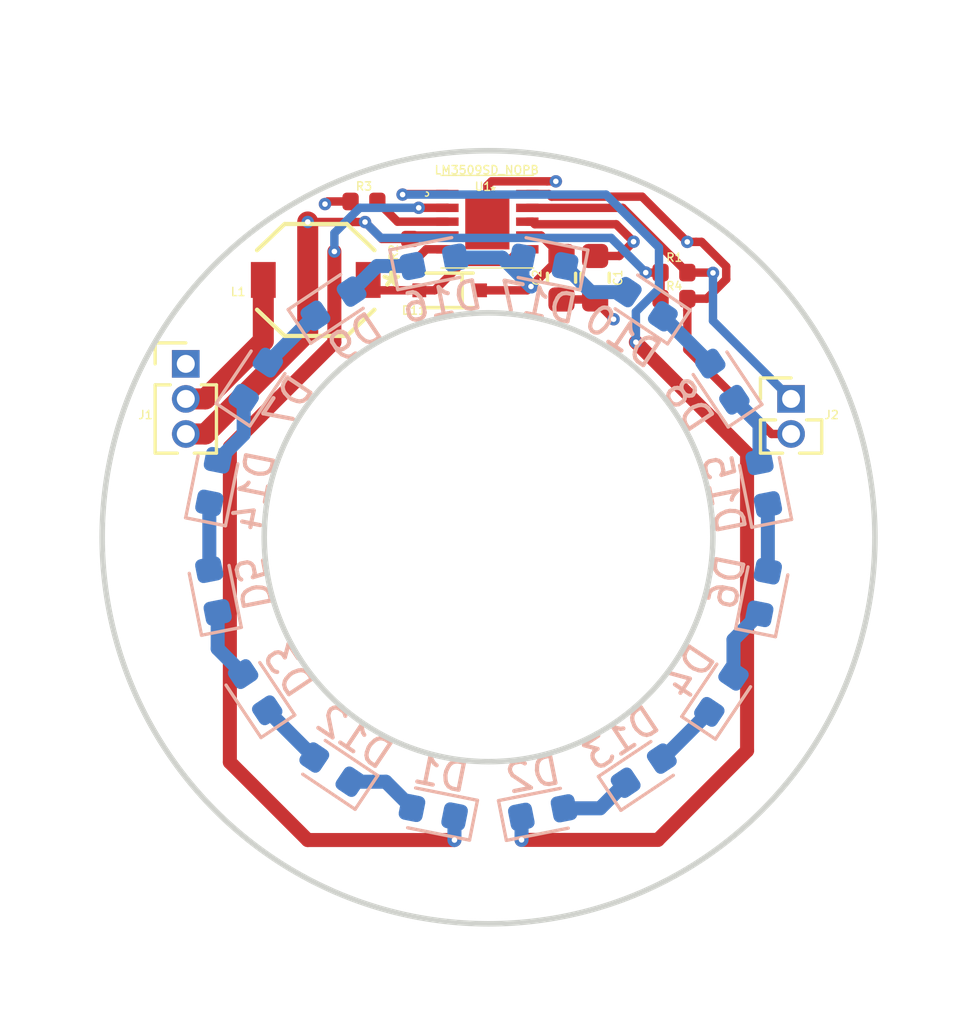
<source format=kicad_pcb>
(kicad_pcb (version 20171130) (host pcbnew "(5.1.4)-1")

  (general
    (thickness 1.6)
    (drawings 15)
    (tracks 149)
    (zones 0)
    (modules 27)
    (nets 26)
  )

  (page A4)
  (layers
    (0 F.Cu signal)
    (1 In1.Cu power)
    (2 In2.Cu power)
    (31 B.Cu signal)
    (32 B.Adhes user)
    (33 F.Adhes user)
    (34 B.Paste user)
    (35 F.Paste user)
    (36 B.SilkS user)
    (37 F.SilkS user)
    (38 B.Mask user)
    (39 F.Mask user)
    (40 Dwgs.User user hide)
    (41 Cmts.User user)
    (42 Eco1.User user)
    (43 Eco2.User user)
    (44 Edge.Cuts user)
    (45 Margin user)
    (46 B.CrtYd user hide)
    (47 F.CrtYd user hide)
    (48 B.Fab user hide)
    (49 F.Fab user hide)
  )

  (setup
    (last_trace_width 0.1016)
    (user_trace_width 0.1016)
    (user_trace_width 0.127)
    (user_trace_width 0.1524)
    (user_trace_width 0.1778)
    (user_trace_width 0.2032)
    (user_trace_width 0.3048)
    (user_trace_width 0.508)
    (user_trace_width 0.635)
    (user_trace_width 0.762)
    (trace_clearance 0.1016)
    (zone_clearance 0.254)
    (zone_45_only no)
    (trace_min 0.1016)
    (via_size 0.45)
    (via_drill 0.2)
    (via_min_size 0.45)
    (via_min_drill 0.2)
    (user_via 0.45 0.2)
    (uvia_size 0.3556)
    (uvia_drill 0.1016)
    (uvias_allowed no)
    (uvia_min_size 0.2)
    (uvia_min_drill 0.1)
    (edge_width 0.2)
    (segment_width 0.2)
    (pcb_text_width 0.3)
    (pcb_text_size 1.5 1.5)
    (mod_edge_width 0.12)
    (mod_text_size 1 1)
    (mod_text_width 0.15)
    (pad_size 1.524 1.524)
    (pad_drill 0.762)
    (pad_to_mask_clearance 0.0254)
    (solder_mask_min_width 0.1016)
    (aux_axis_origin 0 0)
    (visible_elements 7FFFFFFF)
    (pcbplotparams
      (layerselection 0x010fc_ffffffff)
      (usegerberextensions false)
      (usegerberattributes false)
      (usegerberadvancedattributes false)
      (creategerberjobfile false)
      (excludeedgelayer true)
      (linewidth 0.100000)
      (plotframeref false)
      (viasonmask false)
      (mode 1)
      (useauxorigin false)
      (hpglpennumber 1)
      (hpglpenspeed 20)
      (hpglpendiameter 15.000000)
      (psnegative false)
      (psa4output false)
      (plotreference true)
      (plotvalue true)
      (plotinvisibletext false)
      (padsonsilk false)
      (subtractmaskfromsilk false)
      (outputformat 1)
      (mirror false)
      (drillshape 0)
      (scaleselection 1)
      (outputdirectory "Gerber/"))
  )

  (net 0 "")
  (net 1 +5V)
  (net 2 GND)
  (net 3 "Net-(D1-Pad2)")
  (net 4 "Net-(D1-Pad1)")
  (net 5 "Net-(D2-Pad1)")
  (net 6 "Net-(D3-Pad2)")
  (net 7 "Net-(D4-Pad2)")
  (net 8 "Net-(D7-Pad2)")
  (net 9 "Net-(D10-Pad1)")
  (net 10 OVP)
  (net 11 "Net-(D11-Pad2)")
  (net 12 SDA)
  (net 13 "Net-(R2-Pad2)")
  (net 14 "Net-(R3-Pad2)")
  (net 15 SCL)
  (net 16 +2V8)
  (net 17 "Net-(D13-Pad1)")
  (net 18 "Net-(D12-Pad2)")
  (net 19 "Net-(D13-Pad2)")
  (net 20 "Net-(D14-Pad1)")
  (net 21 "Net-(D15-Pad1)")
  (net 22 "Net-(D14-Pad2)")
  (net 23 "Net-(D15-Pad2)")
  (net 24 "Net-(D16-Pad1)")
  (net 25 "Net-(D10-Pad2)")

  (net_class Default "This is the default net class."
    (clearance 0.1016)
    (trace_width 0.1016)
    (via_dia 0.45)
    (via_drill 0.2)
    (uvia_dia 0.3556)
    (uvia_drill 0.1016)
    (add_net +2V8)
    (add_net +5V)
    (add_net GND)
    (add_net "Net-(D1-Pad1)")
    (add_net "Net-(D1-Pad2)")
    (add_net "Net-(D10-Pad1)")
    (add_net "Net-(D10-Pad2)")
    (add_net "Net-(D11-Pad2)")
    (add_net "Net-(D12-Pad2)")
    (add_net "Net-(D13-Pad1)")
    (add_net "Net-(D13-Pad2)")
    (add_net "Net-(D14-Pad1)")
    (add_net "Net-(D14-Pad2)")
    (add_net "Net-(D15-Pad1)")
    (add_net "Net-(D15-Pad2)")
    (add_net "Net-(D16-Pad1)")
    (add_net "Net-(D2-Pad1)")
    (add_net "Net-(D3-Pad2)")
    (add_net "Net-(D4-Pad2)")
    (add_net "Net-(D7-Pad2)")
    (add_net "Net-(R2-Pad2)")
    (add_net "Net-(R3-Pad2)")
    (add_net OVP)
    (add_net SCL)
    (add_net SDA)
  )

  (module footprints:VLF4012AT-100MR79 (layer F.Cu) (tedit 0) (tstamp 5E8B81FD)
    (at 103.38816 70.59168 180)
    (path /5E8B36F1)
    (fp_text reference L1 (at 2.81178 -0.42926) (layer F.SilkS)
      (effects (font (size 0.3 0.3) (thickness 0.05)))
    )
    (fp_text value 10uH (at 0 2.28) (layer F.Fab)
      (effects (font (size 1 1) (thickness 0.15)))
    )
    (fp_line (start 2.604 2.154) (end -2.604 2.154) (layer F.CrtYd) (width 0.1524))
    (fp_line (start 2.604 -2.154) (end 2.604 2.154) (layer F.CrtYd) (width 0.1524))
    (fp_line (start -2.604 -2.154) (end 2.604 -2.154) (layer F.CrtYd) (width 0.1524))
    (fp_line (start -2.604 2.154) (end -2.604 -2.154) (layer F.CrtYd) (width 0.1524))
    (fp_line (start 1 -1.9) (end -1 -1.9) (layer F.Fab) (width 0.1524))
    (fp_line (start 2 -0.95) (end 1 -1.9) (layer F.Fab) (width 0.1524))
    (fp_line (start 2 0.95) (end 2 -0.95) (layer F.Fab) (width 0.1524))
    (fp_line (start 1 1.9) (end 2 0.95) (layer F.Fab) (width 0.1524))
    (fp_line (start -1 1.9) (end 1 1.9) (layer F.Fab) (width 0.1524))
    (fp_line (start -2 0.95) (end -1 1.9) (layer F.Fab) (width 0.1524))
    (fp_line (start -2 -0.95) (end -2 0.95) (layer F.Fab) (width 0.1524))
    (fp_line (start -1 -1.9) (end -2 -0.95) (layer F.Fab) (width 0.1524))
    (fp_line (start 1.127 -2.027) (end -1.127 -2.027) (layer F.SilkS) (width 0.1524))
    (fp_line (start 2.127 -1.077) (end 1.127 -2.027) (layer F.SilkS) (width 0.1524))
    (fp_line (start 1.127 2.027) (end 2.127 1.077) (layer F.SilkS) (width 0.1524))
    (fp_line (start -1.127 2.027) (end 1.127 2.027) (layer F.SilkS) (width 0.1524))
    (fp_line (start -2.127 1.077) (end -1.127 2.027) (layer F.SilkS) (width 0.1524))
    (fp_line (start -1.127 -2.027) (end -2.127 -1.077) (layer F.SilkS) (width 0.1524))
    (fp_text user * (at -2.73812 -0.28448) (layer F.SilkS)
      (effects (font (size 1 1) (thickness 0.15)))
    )
    (fp_text user * (at -1.492 0) (layer F.Fab)
      (effects (font (size 1 1) (thickness 0.15)))
    )
    (fp_text user * (at -1.492 0) (layer F.Fab)
      (effects (font (size 1 1) (thickness 0.15)))
    )
    (fp_text user * (at -2.73812 -0.28194) (layer F.SilkS)
      (effects (font (size 1 1) (thickness 0.15)))
    )
    (fp_text user "Copyright 2016 Accelerated Designs. All rights reserved." (at 0 0) (layer Cmts.User)
      (effects (font (size 0.127 0.127) (thickness 0.002)))
    )
    (fp_text user %R (at 0 0) (layer F.Fab)
      (effects (font (size 0.8 0.8) (thickness 0.12)))
    )
    (pad 2 smd rect (at 1.9 0 180) (size 0.9 1.3) (layers F.Cu F.Paste F.Mask)
      (net 1 +5V))
    (pad 1 smd rect (at -1.9 0 180) (size 0.9 1.3) (layers F.Cu F.Paste F.Mask)
      (net 11 "Net-(D11-Pad2)"))
    (model "L:/Behavior Camera/KiCad LED Rings/10uH Inductor/10uH Inductor_VLF4012AT-100MR79 v2.step"
      (at (xyz 0 0 0))
      (scale (xyz 1 1 1))
      (rotate (xyz -90 0 0))
    )
  )

  (module Resistor_SMD:R_0402_1005Metric (layer F.Cu) (tedit 5B301BBD) (tstamp 5F0371AF)
    (at 116.36756 70.32498 180)
    (descr "Resistor SMD 0402 (1005 Metric), square (rectangular) end terminal, IPC_7351 nominal, (Body size source: http://www.tortai-tech.com/upload/download/2011102023233369053.pdf), generated with kicad-footprint-generator")
    (tags resistor)
    (path /5E8B20E8)
    (attr smd)
    (fp_text reference R1 (at -0.01524 0.5461) (layer F.SilkS)
      (effects (font (size 0.3 0.3) (thickness 0.05)))
    )
    (fp_text value 10K (at 0 1.17) (layer F.Fab)
      (effects (font (size 1 1) (thickness 0.15)))
    )
    (fp_text user %R (at 0 0) (layer F.Fab)
      (effects (font (size 0.25 0.25) (thickness 0.04)))
    )
    (fp_line (start 0.93 0.47) (end -0.93 0.47) (layer F.CrtYd) (width 0.05))
    (fp_line (start 0.93 -0.47) (end 0.93 0.47) (layer F.CrtYd) (width 0.05))
    (fp_line (start -0.93 -0.47) (end 0.93 -0.47) (layer F.CrtYd) (width 0.05))
    (fp_line (start -0.93 0.47) (end -0.93 -0.47) (layer F.CrtYd) (width 0.05))
    (fp_line (start 0.5 0.25) (end -0.5 0.25) (layer F.Fab) (width 0.1))
    (fp_line (start 0.5 -0.25) (end 0.5 0.25) (layer F.Fab) (width 0.1))
    (fp_line (start -0.5 -0.25) (end 0.5 -0.25) (layer F.Fab) (width 0.1))
    (fp_line (start -0.5 0.25) (end -0.5 -0.25) (layer F.Fab) (width 0.1))
    (pad 2 smd roundrect (at 0.485 0 180) (size 0.59 0.64) (layers F.Cu F.Paste F.Mask) (roundrect_rratio 0.25)
      (net 16 +2V8))
    (pad 1 smd roundrect (at -0.485 0 180) (size 0.59 0.64) (layers F.Cu F.Paste F.Mask) (roundrect_rratio 0.25)
      (net 12 SDA))
    (model ${KISYS3DMOD}/Resistor_SMD.3dshapes/R_0402_1005Metric.wrl
      (at (xyz 0 0 0))
      (scale (xyz 1 1 1))
      (rotate (xyz 0 0 0))
    )
  )

  (module Resistor_SMD:R_0402_1005Metric (layer F.Cu) (tedit 5B301BBD) (tstamp 5EB47486)
    (at 106.79938 69.59106 270)
    (descr "Resistor SMD 0402 (1005 Metric), square (rectangular) end terminal, IPC_7351 nominal, (Body size source: http://www.tortai-tech.com/upload/download/2011102023233369053.pdf), generated with kicad-footprint-generator")
    (tags resistor)
    (path /5E8B1987)
    (attr smd)
    (fp_text reference R2 (at 0.00508 0.58928 90) (layer F.SilkS)
      (effects (font (size 0.3 0.3) (thickness 0.05)))
    )
    (fp_text value 10K (at 0 1.17 90) (layer F.Fab)
      (effects (font (size 1 1) (thickness 0.15)))
    )
    (fp_text user %R (at 0 0 90) (layer F.Fab)
      (effects (font (size 0.25 0.25) (thickness 0.04)))
    )
    (fp_line (start 0.93 0.47) (end -0.93 0.47) (layer F.CrtYd) (width 0.05))
    (fp_line (start 0.93 -0.47) (end 0.93 0.47) (layer F.CrtYd) (width 0.05))
    (fp_line (start -0.93 -0.47) (end 0.93 -0.47) (layer F.CrtYd) (width 0.05))
    (fp_line (start -0.93 0.47) (end -0.93 -0.47) (layer F.CrtYd) (width 0.05))
    (fp_line (start 0.5 0.25) (end -0.5 0.25) (layer F.Fab) (width 0.1))
    (fp_line (start 0.5 -0.25) (end 0.5 0.25) (layer F.Fab) (width 0.1))
    (fp_line (start -0.5 -0.25) (end 0.5 -0.25) (layer F.Fab) (width 0.1))
    (fp_line (start -0.5 0.25) (end -0.5 -0.25) (layer F.Fab) (width 0.1))
    (pad 2 smd roundrect (at 0.485 0 270) (size 0.59 0.64) (layers F.Cu F.Paste F.Mask) (roundrect_rratio 0.25)
      (net 13 "Net-(R2-Pad2)"))
    (pad 1 smd roundrect (at -0.485 0 270) (size 0.59 0.64) (layers F.Cu F.Paste F.Mask) (roundrect_rratio 0.25)
      (net 16 +2V8))
    (model ${KISYS3DMOD}/Resistor_SMD.3dshapes/R_0402_1005Metric.wrl
      (at (xyz 0 0 0))
      (scale (xyz 1 1 1))
      (rotate (xyz 0 0 0))
    )
  )

  (module Resistor_SMD:R_0402_1005Metric (layer F.Cu) (tedit 5B301BBD) (tstamp 5EB474B0)
    (at 105.13568 67.74942)
    (descr "Resistor SMD 0402 (1005 Metric), square (rectangular) end terminal, IPC_7351 nominal, (Body size source: http://www.tortai-tech.com/upload/download/2011102023233369053.pdf), generated with kicad-footprint-generator")
    (tags resistor)
    (path /5E8B1D0A)
    (attr smd)
    (fp_text reference R3 (at 0 -0.54864) (layer F.SilkS)
      (effects (font (size 0.3 0.3) (thickness 0.05)))
    )
    (fp_text value 8K (at 0 1.17) (layer F.Fab)
      (effects (font (size 1 1) (thickness 0.15)))
    )
    (fp_line (start -0.5 0.25) (end -0.5 -0.25) (layer F.Fab) (width 0.1))
    (fp_line (start -0.5 -0.25) (end 0.5 -0.25) (layer F.Fab) (width 0.1))
    (fp_line (start 0.5 -0.25) (end 0.5 0.25) (layer F.Fab) (width 0.1))
    (fp_line (start 0.5 0.25) (end -0.5 0.25) (layer F.Fab) (width 0.1))
    (fp_line (start -0.93 0.47) (end -0.93 -0.47) (layer F.CrtYd) (width 0.05))
    (fp_line (start -0.93 -0.47) (end 0.93 -0.47) (layer F.CrtYd) (width 0.05))
    (fp_line (start 0.93 -0.47) (end 0.93 0.47) (layer F.CrtYd) (width 0.05))
    (fp_line (start 0.93 0.47) (end -0.93 0.47) (layer F.CrtYd) (width 0.05))
    (fp_text user %R (at 0 0) (layer F.Fab)
      (effects (font (size 0.25 0.25) (thickness 0.04)))
    )
    (pad 1 smd roundrect (at -0.485 0) (size 0.59 0.64) (layers F.Cu F.Paste F.Mask) (roundrect_rratio 0.25)
      (net 2 GND))
    (pad 2 smd roundrect (at 0.485 0) (size 0.59 0.64) (layers F.Cu F.Paste F.Mask) (roundrect_rratio 0.25)
      (net 14 "Net-(R3-Pad2)"))
    (model ${KISYS3DMOD}/Resistor_SMD.3dshapes/R_0402_1005Metric.wrl
      (at (xyz 0 0 0))
      (scale (xyz 1 1 1))
      (rotate (xyz 0 0 0))
    )
  )

  (module footprints:LM3509SD&slash_NOPB (layer F.Cu) (tedit 0) (tstamp 5E951E5F)
    (at 109.60608 68.48094)
    (path /5E8A688C)
    (fp_text reference U1 (at -0.15748 -1.27) (layer F.SilkS)
      (effects (font (size 0.3 0.3) (thickness 0.05)))
    )
    (fp_text value LM3509SD_NOPB (at -0.02286 -1.86944) (layer F.SilkS)
      (effects (font (size 0.3 0.3) (thickness 0.05)))
    )
    (fp_circle (center -0.9144 -1) (end -0.8382 -1) (layer F.Fab) (width 0.1524))
    (fp_arc (start -2.2058 -1) (end -2.2058 -1.0762) (angle 208.660095) (layer F.SilkS) (width 0.05))
    (fp_line (start -1.8034 1.3008) (end -2.1082 1.3008) (layer F.CrtYd) (width 0.1524))
    (fp_line (start -1.8034 1.8034) (end -1.8034 1.3008) (layer F.CrtYd) (width 0.1524))
    (fp_line (start 1.8034 1.8034) (end -1.8034 1.8034) (layer F.CrtYd) (width 0.1524))
    (fp_line (start 1.8034 1.3008) (end 1.8034 1.8034) (layer F.CrtYd) (width 0.1524))
    (fp_line (start 2.1082 1.3008) (end 1.8034 1.3008) (layer F.CrtYd) (width 0.1524))
    (fp_line (start 2.1082 -1.3008) (end 2.1082 1.3008) (layer F.CrtYd) (width 0.1524))
    (fp_line (start 1.8034 -1.3008) (end 2.1082 -1.3008) (layer F.CrtYd) (width 0.1524))
    (fp_line (start 1.8034 -1.8034) (end 1.8034 -1.3008) (layer F.CrtYd) (width 0.1524))
    (fp_line (start -1.8034 -1.8034) (end 1.8034 -1.8034) (layer F.CrtYd) (width 0.1524))
    (fp_line (start -1.8034 -1.3008) (end -1.8034 -1.8034) (layer F.CrtYd) (width 0.1524))
    (fp_line (start -2.1082 -1.3008) (end -1.8034 -1.3008) (layer F.CrtYd) (width 0.1524))
    (fp_line (start -2.1082 1.3008) (end -2.1082 -1.3008) (layer F.CrtYd) (width 0.1524))
    (fp_line (start 0.8001 -1.0033) (end -0.8001 -1.0033) (layer F.Paste) (width 0.1524))
    (fp_line (start 0.8001 1.0033) (end 0.8001 -1.0033) (layer F.Paste) (width 0.1524))
    (fp_line (start -0.8001 1.0033) (end 0.8001 1.0033) (layer F.Paste) (width 0.1524))
    (fp_line (start -0.8001 -1.0033) (end -0.8001 1.0033) (layer F.Paste) (width 0.1524))
    (fp_line (start -1.5494 -1.5494) (end -1.5494 1.5494) (layer F.Fab) (width 0.1524))
    (fp_line (start 1.5494 -1.5494) (end -1.5494 -1.5494) (layer F.Fab) (width 0.1524))
    (fp_line (start 1.5494 1.5494) (end 1.5494 -1.5494) (layer F.Fab) (width 0.1524))
    (fp_line (start -1.5494 1.5494) (end 1.5494 1.5494) (layer F.Fab) (width 0.1524))
    (fp_line (start 1.6764 -1.6764) (end -1.6764 -1.6764) (layer F.SilkS) (width 0.05))
    (fp_line (start -1.6764 1.6764) (end 1.6764 1.6764) (layer F.SilkS) (width 0.05))
    (fp_line (start -1.0414 -1.5494) (end -1.5494 -1.0414) (layer F.Fab) (width 0.1524))
    (fp_text user 0.032in/0.813mm (at -1.4478 3.9624) (layer Dwgs.User)
      (effects (font (size 1 1) (thickness 0.15)))
    )
    (fp_text user 0.114in/2.896mm (at 0 -3.9624) (layer Dwgs.User)
      (effects (font (size 1 1) (thickness 0.15)))
    )
    (fp_text user 0.012in/0.305mm (at 4.4958 -1) (layer Dwgs.User)
      (effects (font (size 1 1) (thickness 0.15)))
    )
    (fp_text user 0.02in/0.5mm (at -4.4958 -0.75) (layer Dwgs.User)
      (effects (font (size 1 1) (thickness 0.15)))
    )
    (fp_text user * (at 0 0) (layer F.Fab)
      (effects (font (size 1 1) (thickness 0.15)))
    )
    (fp_text user * (at 0.21082 -1.11252) (layer F.SilkS)
      (effects (font (size 0.3 0.3) (thickness 0.05)))
    )
    (fp_text user "Copyright 2016 Accelerated Designs. All rights reserved." (at 0 0) (layer Cmts.User)
      (effects (font (size 0.127 0.127) (thickness 0.002)))
    )
    (pad 11 smd rect (at 0 0) (size 1.6002 2.0066) (layers F.Cu F.Paste F.Mask)
      (net 2 GND))
    (pad 10 smd rect (at 1.4478 -1.000001) (size 0.8128 0.3048) (layers F.Cu F.Paste F.Mask)
      (net 15 SCL))
    (pad 9 smd rect (at 1.4478 -0.499999) (size 0.8128 0.3048) (layers F.Cu F.Paste F.Mask)
      (net 12 SDA))
    (pad 8 smd rect (at 1.4478 0) (size 0.8128 0.3048) (layers F.Cu F.Paste F.Mask)
      (net 1 +5V))
    (pad 7 smd rect (at 1.4478 0.499999) (size 0.8128 0.3048) (layers F.Cu F.Paste F.Mask)
      (net 10 OVP))
    (pad 6 smd rect (at 1.4478 1.000001) (size 0.8128 0.3048) (layers F.Cu F.Paste F.Mask)
      (net 11 "Net-(D11-Pad2)"))
    (pad 5 smd rect (at -1.4478 1.000001) (size 0.8128 0.3048) (layers F.Cu F.Paste F.Mask)
      (net 13 "Net-(R2-Pad2)"))
    (pad 4 smd rect (at -1.4478 0.499999) (size 0.8128 0.3048) (layers F.Cu F.Paste F.Mask)
      (net 16 +2V8))
    (pad 3 smd rect (at -1.4478 0) (size 0.8128 0.3048) (layers F.Cu F.Paste F.Mask)
      (net 14 "Net-(R3-Pad2)"))
    (pad 2 smd rect (at -1.4478 -0.499999) (size 0.8128 0.3048) (layers F.Cu F.Paste F.Mask)
      (net 4 "Net-(D1-Pad1)"))
    (pad 1 smd rect (at -1.4478 -1.000001) (size 0.8128 0.3048) (layers F.Cu F.Paste F.Mask)
      (net 5 "Net-(D2-Pad1)"))
    (model "G:/Behavior Camera/KiCad LED Rings/LED Drivers/ul_LM3509SDNOPB/STEP/DSC0010A.stp"
      (at (xyz 0 0 0))
      (scale (xyz 1 1 1))
      (rotate (xyz -90 0 -90))
    )
    (model "L:/Behavior Camera/KiCad LED Rings/LED Drivers/ul_LM3509SDNOPB/STEP/DSC0010A.stp"
      (at (xyz 0 0 0))
      (scale (xyz 1 1 1))
      (rotate (xyz -90 0 90))
    )
  )

  (module LED_SMD:LED_0603_1608Metric (layer B.Cu) (tedit 5B301BBE) (tstamp 5E8B05AD)
    (at 107.64774 89.86774 168.7)
    (descr "LED SMD 0603 (1608 Metric), square (rectangular) end terminal, IPC_7351 nominal, (Body size source: http://www.tortai-tech.com/upload/download/2011102023233369053.pdf), generated with kicad-footprint-generator")
    (tags diode)
    (path /5E8B5C8A)
    (attr smd)
    (fp_text reference D1 (at 0 1.43 168.7) (layer B.SilkS)
      (effects (font (size 1 1) (thickness 0.15)) (justify mirror))
    )
    (fp_text value LED_Small_ALT (at 0 -1.43 168.7) (layer B.Fab)
      (effects (font (size 1 1) (thickness 0.15)) (justify mirror))
    )
    (fp_text user %R (at 0 0 168.7) (layer B.Fab)
      (effects (font (size 0.4 0.4) (thickness 0.06)) (justify mirror))
    )
    (fp_line (start 1.48 -0.73) (end -1.48 -0.73) (layer B.CrtYd) (width 0.05))
    (fp_line (start 1.48 0.73) (end 1.48 -0.73) (layer B.CrtYd) (width 0.05))
    (fp_line (start -1.48 0.73) (end 1.48 0.73) (layer B.CrtYd) (width 0.05))
    (fp_line (start -1.48 -0.73) (end -1.48 0.73) (layer B.CrtYd) (width 0.05))
    (fp_line (start -1.485 -0.735) (end 0.8 -0.735) (layer B.SilkS) (width 0.12))
    (fp_line (start -1.485 0.735) (end -1.485 -0.735) (layer B.SilkS) (width 0.12))
    (fp_line (start 0.8 0.735) (end -1.485 0.735) (layer B.SilkS) (width 0.12))
    (fp_line (start 0.8 -0.4) (end 0.8 0.4) (layer B.Fab) (width 0.1))
    (fp_line (start -0.8 -0.4) (end 0.8 -0.4) (layer B.Fab) (width 0.1))
    (fp_line (start -0.8 0.1) (end -0.8 -0.4) (layer B.Fab) (width 0.1))
    (fp_line (start -0.5 0.4) (end -0.8 0.1) (layer B.Fab) (width 0.1))
    (fp_line (start 0.8 0.4) (end -0.5 0.4) (layer B.Fab) (width 0.1))
    (pad 2 smd roundrect (at 0.7875 0 168.7) (size 0.875 0.95) (layers B.Cu B.Paste B.Mask) (roundrect_rratio 0.25)
      (net 3 "Net-(D1-Pad2)"))
    (pad 1 smd roundrect (at -0.7875 0 168.7) (size 0.875 0.95) (layers B.Cu B.Paste B.Mask) (roundrect_rratio 0.25)
      (net 4 "Net-(D1-Pad1)"))
    (model ${KISYS3DMOD}/LED_SMD.3dshapes/LED_0603_1608Metric.wrl
      (at (xyz 0 0 0))
      (scale (xyz 1 1 1))
      (rotate (xyz 0 0 0))
    )
  )

  (module LED_SMD:LED_0603_1608Metric (layer B.Cu) (tedit 5B301BBE) (tstamp 5E8B05BF)
    (at 111.61014 89.88044 11.2)
    (descr "LED SMD 0603 (1608 Metric), square (rectangular) end terminal, IPC_7351 nominal, (Body size source: http://www.tortai-tech.com/upload/download/2011102023233369053.pdf), generated with kicad-footprint-generator")
    (tags diode)
    (path /5E8B124A)
    (attr smd)
    (fp_text reference D2 (at -0.073461 -1.420543 11.2) (layer B.SilkS)
      (effects (font (size 1 1) (thickness 0.15)) (justify mirror))
    )
    (fp_text value LED_Small_ALT (at 0 -1.43 11.2) (layer B.Fab)
      (effects (font (size 1 1) (thickness 0.15)) (justify mirror))
    )
    (fp_line (start 0.8 0.4) (end -0.5 0.4) (layer B.Fab) (width 0.1))
    (fp_line (start -0.5 0.4) (end -0.8 0.1) (layer B.Fab) (width 0.1))
    (fp_line (start -0.8 0.1) (end -0.8 -0.4) (layer B.Fab) (width 0.1))
    (fp_line (start -0.8 -0.4) (end 0.8 -0.4) (layer B.Fab) (width 0.1))
    (fp_line (start 0.8 -0.4) (end 0.8 0.4) (layer B.Fab) (width 0.1))
    (fp_line (start 0.8 0.735) (end -1.485 0.735) (layer B.SilkS) (width 0.12))
    (fp_line (start -1.485 0.735) (end -1.485 -0.735) (layer B.SilkS) (width 0.12))
    (fp_line (start -1.485 -0.735) (end 0.8 -0.735) (layer B.SilkS) (width 0.12))
    (fp_line (start -1.48 -0.73) (end -1.48 0.73) (layer B.CrtYd) (width 0.05))
    (fp_line (start -1.48 0.73) (end 1.48 0.73) (layer B.CrtYd) (width 0.05))
    (fp_line (start 1.48 0.73) (end 1.48 -0.73) (layer B.CrtYd) (width 0.05))
    (fp_line (start 1.48 -0.73) (end -1.48 -0.73) (layer B.CrtYd) (width 0.05))
    (fp_text user %R (at 0 0 11.2) (layer B.Fab)
      (effects (font (size 0.4 0.4) (thickness 0.06)) (justify mirror))
    )
    (pad 1 smd roundrect (at -0.7875 0 11.2) (size 0.875 0.95) (layers B.Cu B.Paste B.Mask) (roundrect_rratio 0.25)
      (net 5 "Net-(D2-Pad1)"))
    (pad 2 smd roundrect (at 0.7875 0 11.2) (size 0.875 0.95) (layers B.Cu B.Paste B.Mask) (roundrect_rratio 0.25)
      (net 17 "Net-(D13-Pad1)"))
    (model ${KISYS3DMOD}/LED_SMD.3dshapes/LED_0603_1608Metric.wrl
      (at (xyz 0 0 0))
      (scale (xyz 1 1 1))
      (rotate (xyz 0 0 0))
    )
  )

  (module LED_SMD:LED_0603_1608Metric (layer B.Cu) (tedit 5B301BBE) (tstamp 5E8B05D1)
    (at 101.19354 85.521956 123.7)
    (descr "LED SMD 0603 (1608 Metric), square (rectangular) end terminal, IPC_7351 nominal, (Body size source: http://www.tortai-tech.com/upload/download/2011102023233369053.pdf), generated with kicad-footprint-generator")
    (tags diode)
    (path /5E8B5C94)
    (attr smd)
    (fp_text reference D3 (at 0 1.43 123.7) (layer B.SilkS)
      (effects (font (size 1 1) (thickness 0.15)) (justify mirror))
    )
    (fp_text value LED_Small_ALT (at 0 -1.43 123.7) (layer B.Fab)
      (effects (font (size 1 1) (thickness 0.15)) (justify mirror))
    )
    (fp_line (start 0.8 0.4) (end -0.5 0.4) (layer B.Fab) (width 0.1))
    (fp_line (start -0.5 0.4) (end -0.8 0.1) (layer B.Fab) (width 0.1))
    (fp_line (start -0.8 0.1) (end -0.8 -0.4) (layer B.Fab) (width 0.1))
    (fp_line (start -0.8 -0.4) (end 0.8 -0.4) (layer B.Fab) (width 0.1))
    (fp_line (start 0.8 -0.4) (end 0.8 0.4) (layer B.Fab) (width 0.1))
    (fp_line (start 0.8 0.735) (end -1.485 0.735) (layer B.SilkS) (width 0.12))
    (fp_line (start -1.485 0.735) (end -1.485 -0.735) (layer B.SilkS) (width 0.12))
    (fp_line (start -1.485 -0.735) (end 0.8 -0.735) (layer B.SilkS) (width 0.12))
    (fp_line (start -1.48 -0.73) (end -1.48 0.73) (layer B.CrtYd) (width 0.05))
    (fp_line (start -1.48 0.73) (end 1.48 0.73) (layer B.CrtYd) (width 0.05))
    (fp_line (start 1.48 0.73) (end 1.48 -0.73) (layer B.CrtYd) (width 0.05))
    (fp_line (start 1.48 -0.73) (end -1.48 -0.73) (layer B.CrtYd) (width 0.05))
    (fp_text user %R (at 0 0 123.7) (layer B.Fab)
      (effects (font (size 0.4 0.4) (thickness 0.06)) (justify mirror))
    )
    (pad 1 smd roundrect (at -0.7875 0 123.7) (size 0.875 0.95) (layers B.Cu B.Paste B.Mask) (roundrect_rratio 0.25)
      (net 18 "Net-(D12-Pad2)"))
    (pad 2 smd roundrect (at 0.7875 0 123.7) (size 0.875 0.95) (layers B.Cu B.Paste B.Mask) (roundrect_rratio 0.25)
      (net 6 "Net-(D3-Pad2)"))
    (model ${KISYS3DMOD}/LED_SMD.3dshapes/LED_0603_1608Metric.wrl
      (at (xyz 0 0 0))
      (scale (xyz 1 1 1))
      (rotate (xyz 0 0 0))
    )
  )

  (module LED_SMD:LED_0603_1608Metric (layer B.Cu) (tedit 5B301BBE) (tstamp 5E8B05E3)
    (at 118.08714 85.58022 56.2)
    (descr "LED SMD 0603 (1608 Metric), square (rectangular) end terminal, IPC_7351 nominal, (Body size source: http://www.tortai-tech.com/upload/download/2011102023233369053.pdf), generated with kicad-footprint-generator")
    (tags diode)
    (path /5E8B1A2E)
    (attr smd)
    (fp_text reference D4 (at 0.036107 -1.375196 56.2) (layer B.SilkS)
      (effects (font (size 1 1) (thickness 0.15)) (justify mirror))
    )
    (fp_text value LED_Small_ALT (at 0 -1.43 56.2) (layer B.Fab)
      (effects (font (size 1 1) (thickness 0.15)) (justify mirror))
    )
    (fp_text user %R (at 0 0 56.2) (layer B.Fab)
      (effects (font (size 0.4 0.4) (thickness 0.06)) (justify mirror))
    )
    (fp_line (start 1.48 -0.73) (end -1.48 -0.73) (layer B.CrtYd) (width 0.05))
    (fp_line (start 1.48 0.73) (end 1.48 -0.73) (layer B.CrtYd) (width 0.05))
    (fp_line (start -1.48 0.73) (end 1.48 0.73) (layer B.CrtYd) (width 0.05))
    (fp_line (start -1.48 -0.73) (end -1.48 0.73) (layer B.CrtYd) (width 0.05))
    (fp_line (start -1.485 -0.735) (end 0.8 -0.735) (layer B.SilkS) (width 0.12))
    (fp_line (start -1.485 0.735) (end -1.485 -0.735) (layer B.SilkS) (width 0.12))
    (fp_line (start 0.8 0.735) (end -1.485 0.735) (layer B.SilkS) (width 0.12))
    (fp_line (start 0.8 -0.4) (end 0.8 0.4) (layer B.Fab) (width 0.1))
    (fp_line (start -0.8 -0.4) (end 0.8 -0.4) (layer B.Fab) (width 0.1))
    (fp_line (start -0.8 0.1) (end -0.8 -0.4) (layer B.Fab) (width 0.1))
    (fp_line (start -0.5 0.4) (end -0.8 0.1) (layer B.Fab) (width 0.1))
    (fp_line (start 0.8 0.4) (end -0.5 0.4) (layer B.Fab) (width 0.1))
    (pad 2 smd roundrect (at 0.7875 0 56.2) (size 0.875 0.95) (layers B.Cu B.Paste B.Mask) (roundrect_rratio 0.25)
      (net 7 "Net-(D4-Pad2)"))
    (pad 1 smd roundrect (at -0.7875 0 56.2) (size 0.875 0.95) (layers B.Cu B.Paste B.Mask) (roundrect_rratio 0.25)
      (net 19 "Net-(D13-Pad2)"))
    (model ${KISYS3DMOD}/LED_SMD.3dshapes/LED_0603_1608Metric.wrl
      (at (xyz 0 0 0))
      (scale (xyz 1 1 1))
      (rotate (xyz 0 0 0))
    )
  )

  (module LED_SMD:LED_0603_1608Metric (layer B.Cu) (tedit 5B301BBE) (tstamp 5E8B05F5)
    (at 99.6823 81.85912 101.2)
    (descr "LED SMD 0603 (1608 Metric), square (rectangular) end terminal, IPC_7351 nominal, (Body size source: http://www.tortai-tech.com/upload/download/2011102023233369053.pdf), generated with kicad-footprint-generator")
    (tags diode)
    (path /5E8B5C9E)
    (attr smd)
    (fp_text reference D5 (at 0 1.43 101.2) (layer B.SilkS)
      (effects (font (size 1 1) (thickness 0.15)) (justify mirror))
    )
    (fp_text value LED_Small_ALT (at 0 -1.43 101.2) (layer B.Fab)
      (effects (font (size 1 1) (thickness 0.15)) (justify mirror))
    )
    (fp_text user %R (at 0 0 101.2) (layer B.Fab)
      (effects (font (size 0.4 0.4) (thickness 0.06)) (justify mirror))
    )
    (fp_line (start 1.48 -0.73) (end -1.48 -0.73) (layer B.CrtYd) (width 0.05))
    (fp_line (start 1.48 0.73) (end 1.48 -0.73) (layer B.CrtYd) (width 0.05))
    (fp_line (start -1.48 0.73) (end 1.48 0.73) (layer B.CrtYd) (width 0.05))
    (fp_line (start -1.48 -0.73) (end -1.48 0.73) (layer B.CrtYd) (width 0.05))
    (fp_line (start -1.485 -0.735) (end 0.8 -0.735) (layer B.SilkS) (width 0.12))
    (fp_line (start -1.485 0.735) (end -1.485 -0.735) (layer B.SilkS) (width 0.12))
    (fp_line (start 0.8 0.735) (end -1.485 0.735) (layer B.SilkS) (width 0.12))
    (fp_line (start 0.8 -0.4) (end 0.8 0.4) (layer B.Fab) (width 0.1))
    (fp_line (start -0.8 -0.4) (end 0.8 -0.4) (layer B.Fab) (width 0.1))
    (fp_line (start -0.8 0.1) (end -0.8 -0.4) (layer B.Fab) (width 0.1))
    (fp_line (start -0.5 0.4) (end -0.8 0.1) (layer B.Fab) (width 0.1))
    (fp_line (start 0.8 0.4) (end -0.5 0.4) (layer B.Fab) (width 0.1))
    (pad 2 smd roundrect (at 0.7875 0 101.2) (size 0.875 0.95) (layers B.Cu B.Paste B.Mask) (roundrect_rratio 0.25)
      (net 20 "Net-(D14-Pad1)"))
    (pad 1 smd roundrect (at -0.7875 0 101.2) (size 0.875 0.95) (layers B.Cu B.Paste B.Mask) (roundrect_rratio 0.25)
      (net 6 "Net-(D3-Pad2)"))
    (model ${KISYS3DMOD}/LED_SMD.3dshapes/LED_0603_1608Metric.wrl
      (at (xyz 0 0 0))
      (scale (xyz 1 1 1))
      (rotate (xyz 0 0 0))
    )
  )

  (module LED_SMD:LED_0603_1608Metric (layer B.Cu) (tedit 5B301BBE) (tstamp 5E8B0607)
    (at 119.615588 81.912386 78.7)
    (descr "LED SMD 0603 (1608 Metric), square (rectangular) end terminal, IPC_7351 nominal, (Body size source: http://www.tortai-tech.com/upload/download/2011102023233369053.pdf), generated with kicad-footprint-generator")
    (tags diode)
    (path /5E8B2164)
    (attr smd)
    (fp_text reference D6 (at 0.110876 -1.376192 78.7) (layer B.SilkS)
      (effects (font (size 1 1) (thickness 0.15)) (justify mirror))
    )
    (fp_text value LED_Small_ALT (at 0 -1.43 78.7) (layer B.Fab)
      (effects (font (size 1 1) (thickness 0.15)) (justify mirror))
    )
    (fp_line (start 0.8 0.4) (end -0.5 0.4) (layer B.Fab) (width 0.1))
    (fp_line (start -0.5 0.4) (end -0.8 0.1) (layer B.Fab) (width 0.1))
    (fp_line (start -0.8 0.1) (end -0.8 -0.4) (layer B.Fab) (width 0.1))
    (fp_line (start -0.8 -0.4) (end 0.8 -0.4) (layer B.Fab) (width 0.1))
    (fp_line (start 0.8 -0.4) (end 0.8 0.4) (layer B.Fab) (width 0.1))
    (fp_line (start 0.8 0.735) (end -1.485 0.735) (layer B.SilkS) (width 0.12))
    (fp_line (start -1.485 0.735) (end -1.485 -0.735) (layer B.SilkS) (width 0.12))
    (fp_line (start -1.485 -0.735) (end 0.8 -0.735) (layer B.SilkS) (width 0.12))
    (fp_line (start -1.48 -0.73) (end -1.48 0.73) (layer B.CrtYd) (width 0.05))
    (fp_line (start -1.48 0.73) (end 1.48 0.73) (layer B.CrtYd) (width 0.05))
    (fp_line (start 1.48 0.73) (end 1.48 -0.73) (layer B.CrtYd) (width 0.05))
    (fp_line (start 1.48 -0.73) (end -1.48 -0.73) (layer B.CrtYd) (width 0.05))
    (fp_text user %R (at 0 0 78.7) (layer B.Fab)
      (effects (font (size 0.4 0.4) (thickness 0.06)) (justify mirror))
    )
    (pad 1 smd roundrect (at -0.7875 0 78.7) (size 0.875 0.95) (layers B.Cu B.Paste B.Mask) (roundrect_rratio 0.25)
      (net 7 "Net-(D4-Pad2)"))
    (pad 2 smd roundrect (at 0.7875 0 78.7) (size 0.875 0.95) (layers B.Cu B.Paste B.Mask) (roundrect_rratio 0.25)
      (net 21 "Net-(D15-Pad1)"))
    (model ${KISYS3DMOD}/LED_SMD.3dshapes/LED_0603_1608Metric.wrl
      (at (xyz 0 0 0))
      (scale (xyz 1 1 1))
      (rotate (xyz 0 0 0))
    )
  )

  (module LED_SMD:LED_0603_1608Metric (layer B.Cu) (tedit 5B301BBE) (tstamp 5E8B0619)
    (at 101.215257 74.2382 56.2)
    (descr "LED SMD 0603 (1608 Metric), square (rectangular) end terminal, IPC_7351 nominal, (Body size source: http://www.tortai-tech.com/upload/download/2011102023233369053.pdf), generated with kicad-footprint-generator")
    (tags diode)
    (path /5E8B5CA8)
    (attr smd)
    (fp_text reference D7 (at 0 1.43 56.2) (layer B.SilkS)
      (effects (font (size 1 1) (thickness 0.15)) (justify mirror))
    )
    (fp_text value LED_Small_ALT (at 0 -1.43 56.2) (layer B.Fab)
      (effects (font (size 1 1) (thickness 0.15)) (justify mirror))
    )
    (fp_line (start 0.8 0.4) (end -0.5 0.4) (layer B.Fab) (width 0.1))
    (fp_line (start -0.5 0.4) (end -0.8 0.1) (layer B.Fab) (width 0.1))
    (fp_line (start -0.8 0.1) (end -0.8 -0.4) (layer B.Fab) (width 0.1))
    (fp_line (start -0.8 -0.4) (end 0.8 -0.4) (layer B.Fab) (width 0.1))
    (fp_line (start 0.8 -0.4) (end 0.8 0.4) (layer B.Fab) (width 0.1))
    (fp_line (start 0.8 0.735) (end -1.485 0.735) (layer B.SilkS) (width 0.12))
    (fp_line (start -1.485 0.735) (end -1.485 -0.735) (layer B.SilkS) (width 0.12))
    (fp_line (start -1.485 -0.735) (end 0.8 -0.735) (layer B.SilkS) (width 0.12))
    (fp_line (start -1.48 -0.73) (end -1.48 0.73) (layer B.CrtYd) (width 0.05))
    (fp_line (start -1.48 0.73) (end 1.48 0.73) (layer B.CrtYd) (width 0.05))
    (fp_line (start 1.48 0.73) (end 1.48 -0.73) (layer B.CrtYd) (width 0.05))
    (fp_line (start 1.48 -0.73) (end -1.48 -0.73) (layer B.CrtYd) (width 0.05))
    (fp_text user %R (at 0 0 56.2) (layer B.Fab)
      (effects (font (size 0.4 0.4) (thickness 0.06)) (justify mirror))
    )
    (pad 1 smd roundrect (at -0.7875 0 56.2) (size 0.875 0.95) (layers B.Cu B.Paste B.Mask) (roundrect_rratio 0.25)
      (net 22 "Net-(D14-Pad2)"))
    (pad 2 smd roundrect (at 0.7875 0 56.2) (size 0.875 0.95) (layers B.Cu B.Paste B.Mask) (roundrect_rratio 0.25)
      (net 8 "Net-(D7-Pad2)"))
    (model ${KISYS3DMOD}/LED_SMD.3dshapes/LED_0603_1608Metric.wrl
      (at (xyz 0 0 0))
      (scale (xyz 1 1 1))
      (rotate (xyz 0 0 0))
    )
  )

  (module LED_SMD:LED_0603_1608Metric (layer B.Cu) (tedit 5B301BBE) (tstamp 5E8B062B)
    (at 118.12022 74.274524 123.7)
    (descr "LED SMD 0603 (1608 Metric), square (rectangular) end terminal, IPC_7351 nominal, (Body size source: http://www.tortai-tech.com/upload/download/2011102023233369053.pdf), generated with kicad-footprint-generator")
    (tags diode)
    (path /5E8B273B)
    (attr smd)
    (fp_text reference D8 (at -0.019562 -1.499955 123.7) (layer B.SilkS)
      (effects (font (size 1 1) (thickness 0.15)) (justify mirror))
    )
    (fp_text value LED_Small_ALT (at 0 -1.43 123.7) (layer B.Fab)
      (effects (font (size 1 1) (thickness 0.15)) (justify mirror))
    )
    (fp_text user %R (at 0 0 123.7) (layer B.Fab)
      (effects (font (size 0.4 0.4) (thickness 0.06)) (justify mirror))
    )
    (fp_line (start 1.48 -0.73) (end -1.48 -0.73) (layer B.CrtYd) (width 0.05))
    (fp_line (start 1.48 0.73) (end 1.48 -0.73) (layer B.CrtYd) (width 0.05))
    (fp_line (start -1.48 0.73) (end 1.48 0.73) (layer B.CrtYd) (width 0.05))
    (fp_line (start -1.48 -0.73) (end -1.48 0.73) (layer B.CrtYd) (width 0.05))
    (fp_line (start -1.485 -0.735) (end 0.8 -0.735) (layer B.SilkS) (width 0.12))
    (fp_line (start -1.485 0.735) (end -1.485 -0.735) (layer B.SilkS) (width 0.12))
    (fp_line (start 0.8 0.735) (end -1.485 0.735) (layer B.SilkS) (width 0.12))
    (fp_line (start 0.8 -0.4) (end 0.8 0.4) (layer B.Fab) (width 0.1))
    (fp_line (start -0.8 -0.4) (end 0.8 -0.4) (layer B.Fab) (width 0.1))
    (fp_line (start -0.8 0.1) (end -0.8 -0.4) (layer B.Fab) (width 0.1))
    (fp_line (start -0.5 0.4) (end -0.8 0.1) (layer B.Fab) (width 0.1))
    (fp_line (start 0.8 0.4) (end -0.5 0.4) (layer B.Fab) (width 0.1))
    (pad 2 smd roundrect (at 0.7875 0 123.7) (size 0.875 0.95) (layers B.Cu B.Paste B.Mask) (roundrect_rratio 0.25)
      (net 9 "Net-(D10-Pad1)"))
    (pad 1 smd roundrect (at -0.7875 0 123.7) (size 0.875 0.95) (layers B.Cu B.Paste B.Mask) (roundrect_rratio 0.25)
      (net 23 "Net-(D15-Pad2)"))
    (model ${KISYS3DMOD}/LED_SMD.3dshapes/LED_0603_1608Metric.wrl
      (at (xyz 0 0 0))
      (scale (xyz 1 1 1))
      (rotate (xyz 0 0 0))
    )
  )

  (module LED_SMD:LED_0603_1608Metric (layer B.Cu) (tedit 5B301BBE) (tstamp 5E953E7B)
    (at 104.03332 71.4502 33.7)
    (descr "LED SMD 0603 (1608 Metric), square (rectangular) end terminal, IPC_7351 nominal, (Body size source: http://www.tortai-tech.com/upload/download/2011102023233369053.pdf), generated with kicad-footprint-generator")
    (tags diode)
    (path /5E8B5CB2)
    (attr smd)
    (fp_text reference D9 (at -0.029845 1.482198 33.7) (layer B.SilkS)
      (effects (font (size 1 1) (thickness 0.15)) (justify mirror))
    )
    (fp_text value LED_Small_ALT (at 0 -1.43 33.7) (layer B.Fab)
      (effects (font (size 1 1) (thickness 0.15)) (justify mirror))
    )
    (fp_text user %R (at 0 0 33.7) (layer B.Fab)
      (effects (font (size 0.4 0.4) (thickness 0.06)) (justify mirror))
    )
    (fp_line (start 1.48 -0.73) (end -1.48 -0.73) (layer B.CrtYd) (width 0.05))
    (fp_line (start 1.48 0.73) (end 1.48 -0.73) (layer B.CrtYd) (width 0.05))
    (fp_line (start -1.48 0.73) (end 1.48 0.73) (layer B.CrtYd) (width 0.05))
    (fp_line (start -1.48 -0.73) (end -1.48 0.73) (layer B.CrtYd) (width 0.05))
    (fp_line (start -1.485 -0.735) (end 0.8 -0.735) (layer B.SilkS) (width 0.12))
    (fp_line (start -1.485 0.735) (end -1.485 -0.735) (layer B.SilkS) (width 0.12))
    (fp_line (start 0.8 0.735) (end -1.485 0.735) (layer B.SilkS) (width 0.12))
    (fp_line (start 0.8 -0.4) (end 0.8 0.4) (layer B.Fab) (width 0.1))
    (fp_line (start -0.8 -0.4) (end 0.8 -0.4) (layer B.Fab) (width 0.1))
    (fp_line (start -0.8 0.1) (end -0.8 -0.4) (layer B.Fab) (width 0.1))
    (fp_line (start -0.5 0.4) (end -0.8 0.1) (layer B.Fab) (width 0.1))
    (fp_line (start 0.8 0.4) (end -0.5 0.4) (layer B.Fab) (width 0.1))
    (pad 2 smd roundrect (at 0.7875 0 33.7) (size 0.875 0.95) (layers B.Cu B.Paste B.Mask) (roundrect_rratio 0.25)
      (net 24 "Net-(D16-Pad1)"))
    (pad 1 smd roundrect (at -0.7875 0 33.7) (size 0.875 0.95) (layers B.Cu B.Paste B.Mask) (roundrect_rratio 0.25)
      (net 8 "Net-(D7-Pad2)"))
    (model ${KISYS3DMOD}/LED_SMD.3dshapes/LED_0603_1608Metric.wrl
      (at (xyz 0 0 0))
      (scale (xyz 1 1 1))
      (rotate (xyz 0 0 0))
    )
  )

  (module LED_SMD:LED_0603_1608Metric (layer B.Cu) (tedit 5B301BBE) (tstamp 5E8B064F)
    (at 115.31184 71.469317 146.2)
    (descr "LED SMD 0603 (1608 Metric), square (rectangular) end terminal, IPC_7351 nominal, (Body size source: http://www.tortai-tech.com/upload/download/2011102023233369053.pdf), generated with kicad-footprint-generator")
    (tags diode)
    (path /5E8B2DC2)
    (attr smd)
    (fp_text reference D10 (at 0.031911 -1.410514 146.2) (layer B.SilkS)
      (effects (font (size 1 1) (thickness 0.15)) (justify mirror))
    )
    (fp_text value LED_Small_ALT (at 0 -1.43 146.2) (layer B.Fab)
      (effects (font (size 1 1) (thickness 0.15)) (justify mirror))
    )
    (fp_line (start 0.8 0.4) (end -0.5 0.4) (layer B.Fab) (width 0.1))
    (fp_line (start -0.5 0.4) (end -0.8 0.1) (layer B.Fab) (width 0.1))
    (fp_line (start -0.8 0.1) (end -0.8 -0.4) (layer B.Fab) (width 0.1))
    (fp_line (start -0.8 -0.4) (end 0.8 -0.4) (layer B.Fab) (width 0.1))
    (fp_line (start 0.8 -0.4) (end 0.8 0.4) (layer B.Fab) (width 0.1))
    (fp_line (start 0.8 0.735) (end -1.485 0.735) (layer B.SilkS) (width 0.12))
    (fp_line (start -1.485 0.735) (end -1.485 -0.735) (layer B.SilkS) (width 0.12))
    (fp_line (start -1.485 -0.735) (end 0.8 -0.735) (layer B.SilkS) (width 0.12))
    (fp_line (start -1.48 -0.73) (end -1.48 0.73) (layer B.CrtYd) (width 0.05))
    (fp_line (start -1.48 0.73) (end 1.48 0.73) (layer B.CrtYd) (width 0.05))
    (fp_line (start 1.48 0.73) (end 1.48 -0.73) (layer B.CrtYd) (width 0.05))
    (fp_line (start 1.48 -0.73) (end -1.48 -0.73) (layer B.CrtYd) (width 0.05))
    (fp_text user %R (at 0 0 146.2) (layer B.Fab)
      (effects (font (size 0.4 0.4) (thickness 0.06)) (justify mirror))
    )
    (pad 1 smd roundrect (at -0.7875 0 146.2) (size 0.875 0.95) (layers B.Cu B.Paste B.Mask) (roundrect_rratio 0.25)
      (net 9 "Net-(D10-Pad1)"))
    (pad 2 smd roundrect (at 0.7875 0 146.2) (size 0.875 0.95) (layers B.Cu B.Paste B.Mask) (roundrect_rratio 0.25)
      (net 25 "Net-(D10-Pad2)"))
    (model ${KISYS3DMOD}/LED_SMD.3dshapes/LED_0603_1608Metric.wrl
      (at (xyz 0 0 0))
      (scale (xyz 1 1 1))
      (rotate (xyz 0 0 0))
    )
  )

  (module "BAT760_115:SOD323(F)" (layer F.Cu) (tedit 5E8AA9D0) (tstamp 5E8B8007)
    (at 108.2421 70.9676)
    (descr "<li><b>SOD323(F)</b><hr><ul><li>Plastic surface-mounted package; 2 leads<li><u>JEDEC</u>: --<li><u>IEC</u>: --<li><u>JEITA</u>: SC-90</ul>")
    (path /5E8AEDAE)
    (fp_text reference D11 (at -1.2954 0.72644) (layer F.SilkS)
      (effects (font (size 0.3 0.3) (thickness 0.05)))
    )
    (fp_text value D_Schottky (at 6.516165 0.501245) (layer F.Fab)
      (effects (font (size 0.789362 0.789362) (thickness 0.015)))
    )
    (fp_line (start -0.85 -0.625) (end 0.45 -0.625) (layer F.SilkS) (width 0.127))
    (fp_line (start 0.45 -0.625) (end 0.85 -0.625) (layer F.SilkS) (width 0.127))
    (fp_line (start 0.85 -0.625) (end 0.85 0.625) (layer F.Fab) (width 0.127))
    (fp_line (start 0.85 0.625) (end 0.45 0.625) (layer F.SilkS) (width 0.127))
    (fp_line (start 0.45 0.625) (end -0.85 0.625) (layer F.SilkS) (width 0.127))
    (fp_line (start -0.85 0.625) (end -0.85 -0.625) (layer F.Fab) (width 0.127))
    (fp_line (start 0.45 -0.625) (end 0.45 0.625) (layer F.SilkS) (width 0.127))
    (fp_poly (pts (xy -1.25386 -0.15) (xy -0.85 -0.15) (xy -0.85 0.150464) (xy -1.25386 0.150464)) (layer F.Fab) (width 0.01))
    (fp_poly (pts (xy 0.851359 -0.15) (xy 1.25 -0.15) (xy 1.25 0.15024) (xy 0.851359 0.15024)) (layer F.Fab) (width 0.01))
    (pad 2 smd rect (at -1.1 0) (size 0.5 0.5) (layers F.Cu F.Paste F.Mask)
      (net 11 "Net-(D11-Pad2)"))
    (pad 1 smd rect (at 1.1 0) (size 0.5 0.5) (layers F.Cu F.Paste F.Mask)
      (net 10 OVP))
    (model "G:/Behavior Camera/KiCad LED Rings/Diode Schottky/Diode-Schottky-BAT760 v5.step"
      (offset (xyz 0 0 0.65))
      (scale (xyz 1 1 1))
      (rotate (xyz -90 0 -90))
    )
    (model "L:/Behavior Camera/KiCad LED Rings/Diode Schottky/Diode-Schottky-BAT760 v5.step"
      (at (xyz 0 0 0))
      (scale (xyz 1 1 1))
      (rotate (xyz -90 0 90))
    )
  )

  (module Resistor_SMD:R_0402_1005Metric (layer F.Cu) (tedit 5B301BBD) (tstamp 5EB4738A)
    (at 116.36756 71.26986 180)
    (descr "Resistor SMD 0402 (1005 Metric), square (rectangular) end terminal, IPC_7351 nominal, (Body size source: http://www.tortai-tech.com/upload/download/2011102023233369053.pdf), generated with kicad-footprint-generator")
    (tags resistor)
    (path /5E95957D)
    (attr smd)
    (fp_text reference R4 (at -0.01016 0.4572) (layer F.SilkS)
      (effects (font (size 0.3 0.3) (thickness 0.05)))
    )
    (fp_text value 10K (at 0 1.17) (layer F.Fab)
      (effects (font (size 1 1) (thickness 0.15)))
    )
    (fp_line (start -0.5 0.25) (end -0.5 -0.25) (layer F.Fab) (width 0.1))
    (fp_line (start -0.5 -0.25) (end 0.5 -0.25) (layer F.Fab) (width 0.1))
    (fp_line (start 0.5 -0.25) (end 0.5 0.25) (layer F.Fab) (width 0.1))
    (fp_line (start 0.5 0.25) (end -0.5 0.25) (layer F.Fab) (width 0.1))
    (fp_line (start -0.93 0.47) (end -0.93 -0.47) (layer F.CrtYd) (width 0.05))
    (fp_line (start -0.93 -0.47) (end 0.93 -0.47) (layer F.CrtYd) (width 0.05))
    (fp_line (start 0.93 -0.47) (end 0.93 0.47) (layer F.CrtYd) (width 0.05))
    (fp_line (start 0.93 0.47) (end -0.93 0.47) (layer F.CrtYd) (width 0.05))
    (fp_text user %R (at 0 0) (layer F.Fab)
      (effects (font (size 0.25 0.25) (thickness 0.04)))
    )
    (pad 1 smd roundrect (at -0.485 0 180) (size 0.59 0.64) (layers F.Cu F.Paste F.Mask) (roundrect_rratio 0.25)
      (net 15 SCL))
    (pad 2 smd roundrect (at 0.485 0 180) (size 0.59 0.64) (layers F.Cu F.Paste F.Mask) (roundrect_rratio 0.25)
      (net 16 +2V8))
    (model ${KISYS3DMOD}/Resistor_SMD.3dshapes/R_0402_1005Metric.wrl
      (at (xyz 0 0 0))
      (scale (xyz 1 1 1))
      (rotate (xyz 0 0 0))
    )
  )

  (module Connector_PinHeader_1.27mm:PinHeader_1x03_P1.27mm_Vertical (layer F.Cu) (tedit 59FED6E3) (tstamp 5EA50107)
    (at 98.68 73.63)
    (descr "Through hole straight pin header, 1x03, 1.27mm pitch, single row")
    (tags "Through hole pin header THT 1x03 1.27mm single row")
    (path /5E8C7898)
    (fp_text reference J1 (at -1.45896 1.84864) (layer F.SilkS)
      (effects (font (size 0.3 0.3) (thickness 0.05)))
    )
    (fp_text value Conn_01x02_Female (at 0 4.235) (layer F.Fab)
      (effects (font (size 1 1) (thickness 0.15)))
    )
    (fp_line (start -0.525 -0.635) (end 1.05 -0.635) (layer F.Fab) (width 0.1))
    (fp_line (start 1.05 -0.635) (end 1.05 3.175) (layer F.Fab) (width 0.1))
    (fp_line (start 1.05 3.175) (end -1.05 3.175) (layer F.Fab) (width 0.1))
    (fp_line (start -1.05 3.175) (end -1.05 -0.11) (layer F.Fab) (width 0.1))
    (fp_line (start -1.05 -0.11) (end -0.525 -0.635) (layer F.Fab) (width 0.1))
    (fp_line (start -1.11 3.235) (end -0.30753 3.235) (layer F.SilkS) (width 0.12))
    (fp_line (start 0.30753 3.235) (end 1.11 3.235) (layer F.SilkS) (width 0.12))
    (fp_line (start -1.11 0.76) (end -1.11 3.235) (layer F.SilkS) (width 0.12))
    (fp_line (start 1.11 0.76) (end 1.11 3.235) (layer F.SilkS) (width 0.12))
    (fp_line (start -1.11 0.76) (end -0.563471 0.76) (layer F.SilkS) (width 0.12))
    (fp_line (start 0.563471 0.76) (end 1.11 0.76) (layer F.SilkS) (width 0.12))
    (fp_line (start -1.11 0) (end -1.11 -0.76) (layer F.SilkS) (width 0.12))
    (fp_line (start -1.11 -0.76) (end 0 -0.76) (layer F.SilkS) (width 0.12))
    (fp_line (start -1.55 -1.15) (end -1.55 3.7) (layer F.CrtYd) (width 0.05))
    (fp_line (start -1.55 3.7) (end 1.55 3.7) (layer F.CrtYd) (width 0.05))
    (fp_line (start 1.55 3.7) (end 1.55 -1.15) (layer F.CrtYd) (width 0.05))
    (fp_line (start 1.55 -1.15) (end -1.55 -1.15) (layer F.CrtYd) (width 0.05))
    (fp_text user %R (at 0 1.27 90) (layer F.Fab)
      (effects (font (size 1 1) (thickness 0.15)))
    )
    (pad 1 thru_hole rect (at 0 0) (size 1 1) (drill 0.65) (layers *.Cu *.Mask)
      (net 2 GND))
    (pad 2 thru_hole oval (at 0 1.27) (size 1 1) (drill 0.65) (layers *.Cu *.Mask)
      (net 1 +5V))
    (pad 3 thru_hole oval (at 0 2.54) (size 1 1) (drill 0.65) (layers *.Cu *.Mask)
      (net 16 +2V8))
    (model ${KISYS3DMOD}/Connector_PinHeader_1.27mm.3dshapes/PinHeader_1x03_P1.27mm_Vertical.wrl
      (at (xyz 0 0 0))
      (scale (xyz 1 1 1))
      (rotate (xyz 0 0 0))
    )
  )

  (module Connector_PinHeader_1.27mm:PinHeader_1x02_P1.27mm_Vertical (layer F.Cu) (tedit 59FED6E3) (tstamp 5EB4727B)
    (at 120.6119 74.89952)
    (descr "Through hole straight pin header, 1x02, 1.27mm pitch, single row")
    (tags "Through hole pin header THT 1x02 1.27mm single row")
    (path /5E8C7DAA)
    (fp_text reference J2 (at 1.47066 0.57912) (layer F.SilkS)
      (effects (font (size 0.3 0.3) (thickness 0.05)))
    )
    (fp_text value Conn_01x02_Male (at 0 2.965) (layer F.Fab)
      (effects (font (size 1 1) (thickness 0.15)))
    )
    (fp_line (start -0.525 -0.635) (end 1.05 -0.635) (layer F.Fab) (width 0.1))
    (fp_line (start 1.05 -0.635) (end 1.05 1.905) (layer F.Fab) (width 0.1))
    (fp_line (start 1.05 1.905) (end -1.05 1.905) (layer F.Fab) (width 0.1))
    (fp_line (start -1.05 1.905) (end -1.05 -0.11) (layer F.Fab) (width 0.1))
    (fp_line (start -1.05 -0.11) (end -0.525 -0.635) (layer F.Fab) (width 0.1))
    (fp_line (start -1.11 1.965) (end -0.30753 1.965) (layer F.SilkS) (width 0.12))
    (fp_line (start 0.30753 1.965) (end 1.11 1.965) (layer F.SilkS) (width 0.12))
    (fp_line (start -1.11 0.76) (end -1.11 1.965) (layer F.SilkS) (width 0.12))
    (fp_line (start 1.11 0.76) (end 1.11 1.965) (layer F.SilkS) (width 0.12))
    (fp_line (start -1.11 0.76) (end -0.563471 0.76) (layer F.SilkS) (width 0.12))
    (fp_line (start 0.563471 0.76) (end 1.11 0.76) (layer F.SilkS) (width 0.12))
    (fp_line (start -1.11 0) (end -1.11 -0.76) (layer F.SilkS) (width 0.12))
    (fp_line (start -1.11 -0.76) (end 0 -0.76) (layer F.SilkS) (width 0.12))
    (fp_line (start -1.55 -1.15) (end -1.55 2.45) (layer F.CrtYd) (width 0.05))
    (fp_line (start -1.55 2.45) (end 1.55 2.45) (layer F.CrtYd) (width 0.05))
    (fp_line (start 1.55 2.45) (end 1.55 -1.15) (layer F.CrtYd) (width 0.05))
    (fp_line (start 1.55 -1.15) (end -1.55 -1.15) (layer F.CrtYd) (width 0.05))
    (fp_text user %R (at 0 0.635 90) (layer F.Fab)
      (effects (font (size 1 1) (thickness 0.15)))
    )
    (pad 1 thru_hole rect (at 0 0) (size 1 1) (drill 0.65) (layers *.Cu *.Mask)
      (net 12 SDA))
    (pad 2 thru_hole oval (at 0 1.27) (size 1 1) (drill 0.65) (layers *.Cu *.Mask)
      (net 15 SCL))
    (model ${KISYS3DMOD}/Connector_PinHeader_1.27mm.3dshapes/PinHeader_1x02_P1.27mm_Vertical.wrl
      (at (xyz 0 0 0))
      (scale (xyz 1 1 1))
      (rotate (xyz 0 0 0))
    )
  )

  (module .Capacitor_SMD:C_0603_1608Metric (layer F.Cu) (tedit 5B301BBE) (tstamp 5F037588)
    (at 112.2934 70.5104 90)
    (descr "Capacitor SMD 0603 (1608 Metric), square (rectangular) end terminal, IPC_7351 nominal, (Body size source: http://www.tortai-tech.com/upload/download/2011102023233369053.pdf), generated with kicad-footprint-generator")
    (tags capacitor)
    (path /5E8B056A)
    (attr smd)
    (fp_text reference C2 (at 0.00508 -0.88646 90) (layer F.SilkS)
      (effects (font (size 0.3 0.3) (thickness 0.05)))
    )
    (fp_text value 10uF (at 0 1.43 90) (layer F.Fab)
      (effects (font (size 1 1) (thickness 0.15)))
    )
    (fp_line (start -0.8 0.4) (end -0.8 -0.4) (layer F.Fab) (width 0.1))
    (fp_line (start -0.8 -0.4) (end 0.8 -0.4) (layer F.Fab) (width 0.1))
    (fp_line (start 0.8 -0.4) (end 0.8 0.4) (layer F.Fab) (width 0.1))
    (fp_line (start 0.8 0.4) (end -0.8 0.4) (layer F.Fab) (width 0.1))
    (fp_line (start -0.162779 -0.51) (end 0.162779 -0.51) (layer F.SilkS) (width 0.12))
    (fp_line (start -0.162779 0.51) (end 0.162779 0.51) (layer F.SilkS) (width 0.12))
    (fp_line (start -1.48 0.73) (end -1.48 -0.73) (layer F.CrtYd) (width 0.05))
    (fp_line (start -1.48 -0.73) (end 1.48 -0.73) (layer F.CrtYd) (width 0.05))
    (fp_line (start 1.48 -0.73) (end 1.48 0.73) (layer F.CrtYd) (width 0.05))
    (fp_line (start 1.48 0.73) (end -1.48 0.73) (layer F.CrtYd) (width 0.05))
    (fp_text user %R (at 0 0 90) (layer F.Fab)
      (effects (font (size 0.4 0.4) (thickness 0.06)))
    )
    (pad 1 smd roundrect (at -0.7875 0 90) (size 0.875 0.95) (layers F.Cu F.Paste F.Mask) (roundrect_rratio 0.25)
      (net 2 GND))
    (pad 2 smd roundrect (at 0.7875 0 90) (size 0.875 0.95) (layers F.Cu F.Paste F.Mask) (roundrect_rratio 0.25)
      (net 10 OVP))
    (model ${KISYS3DMOD}/Capacitor_SMD.3dshapes/C_0603_1608Metric.wrl
      (at (xyz 0 0 0))
      (scale (xyz 1 1 1))
      (rotate (xyz 0 0 0))
    )
  )

  (module .Capacitor_SMD:C_0603_1608Metric (layer F.Cu) (tedit 5B301BBE) (tstamp 5F03AA7B)
    (at 113.5126 70.5103 90)
    (descr "Capacitor SMD 0603 (1608 Metric), square (rectangular) end terminal, IPC_7351 nominal, (Body size source: http://www.tortai-tech.com/upload/download/2011102023233369053.pdf), generated with kicad-footprint-generator")
    (tags capacitor)
    (path /5E8B4731)
    (attr smd)
    (fp_text reference C1 (at -0.00264 0.8255 90) (layer F.SilkS)
      (effects (font (size 0.3 0.3) (thickness 0.05)))
    )
    (fp_text value 1uF (at 0 1.43 90) (layer F.Fab)
      (effects (font (size 1 1) (thickness 0.15)))
    )
    (fp_line (start -0.8 0.4) (end -0.8 -0.4) (layer F.Fab) (width 0.1))
    (fp_line (start -0.8 -0.4) (end 0.8 -0.4) (layer F.Fab) (width 0.1))
    (fp_line (start 0.8 -0.4) (end 0.8 0.4) (layer F.Fab) (width 0.1))
    (fp_line (start 0.8 0.4) (end -0.8 0.4) (layer F.Fab) (width 0.1))
    (fp_line (start -0.162779 -0.51) (end 0.162779 -0.51) (layer F.SilkS) (width 0.12))
    (fp_line (start -0.162779 0.51) (end 0.162779 0.51) (layer F.SilkS) (width 0.12))
    (fp_line (start -1.48 0.73) (end -1.48 -0.73) (layer F.CrtYd) (width 0.05))
    (fp_line (start -1.48 -0.73) (end 1.48 -0.73) (layer F.CrtYd) (width 0.05))
    (fp_line (start 1.48 -0.73) (end 1.48 0.73) (layer F.CrtYd) (width 0.05))
    (fp_line (start 1.48 0.73) (end -1.48 0.73) (layer F.CrtYd) (width 0.05))
    (fp_text user %R (at 0 0 90) (layer F.Fab)
      (effects (font (size 0.4 0.4) (thickness 0.06)))
    )
    (pad 1 smd roundrect (at -0.7875 0 90) (size 0.875 0.95) (layers F.Cu F.Paste F.Mask) (roundrect_rratio 0.25)
      (net 2 GND))
    (pad 2 smd roundrect (at 0.7875 0 90) (size 0.875 0.95) (layers F.Cu F.Paste F.Mask) (roundrect_rratio 0.25)
      (net 1 +5V))
    (model ${KISYS3DMOD}/Capacitor_SMD.3dshapes/C_0603_1608Metric.wrl
      (at (xyz 0 0 0))
      (scale (xyz 1 1 1))
      (rotate (xyz 0 0 0))
    )
  )

  (module LED_SMD:LED_0603_1608Metric (layer B.Cu) (tedit 5B301BBE) (tstamp 5F108F01)
    (at 103.99014 88.32596 146.2)
    (descr "LED SMD 0603 (1608 Metric), square (rectangular) end terminal, IPC_7351 nominal, (Body size source: http://www.tortai-tech.com/upload/download/2011102023233369053.pdf), generated with kicad-footprint-generator")
    (tags diode)
    (path /5F10EE3C)
    (attr smd)
    (fp_text reference D12 (at 0 1.43 146.2) (layer B.SilkS)
      (effects (font (size 1 1) (thickness 0.15)) (justify mirror))
    )
    (fp_text value LED_Small_ALT (at 0 -1.43 146.2) (layer B.Fab)
      (effects (font (size 1 1) (thickness 0.15)) (justify mirror))
    )
    (fp_text user %R (at 0 0 146.2) (layer B.Fab)
      (effects (font (size 0.4 0.4) (thickness 0.06)) (justify mirror))
    )
    (fp_line (start 1.48 -0.73) (end -1.48 -0.73) (layer B.CrtYd) (width 0.05))
    (fp_line (start 1.48 0.73) (end 1.48 -0.73) (layer B.CrtYd) (width 0.05))
    (fp_line (start -1.48 0.73) (end 1.48 0.73) (layer B.CrtYd) (width 0.05))
    (fp_line (start -1.48 -0.73) (end -1.48 0.73) (layer B.CrtYd) (width 0.05))
    (fp_line (start -1.485 -0.735) (end 0.8 -0.735) (layer B.SilkS) (width 0.12))
    (fp_line (start -1.485 0.735) (end -1.485 -0.735) (layer B.SilkS) (width 0.12))
    (fp_line (start 0.8 0.735) (end -1.485 0.735) (layer B.SilkS) (width 0.12))
    (fp_line (start 0.8 -0.4) (end 0.8 0.4) (layer B.Fab) (width 0.1))
    (fp_line (start -0.8 -0.4) (end 0.8 -0.4) (layer B.Fab) (width 0.1))
    (fp_line (start -0.8 0.1) (end -0.8 -0.4) (layer B.Fab) (width 0.1))
    (fp_line (start -0.5 0.4) (end -0.8 0.1) (layer B.Fab) (width 0.1))
    (fp_line (start 0.8 0.4) (end -0.5 0.4) (layer B.Fab) (width 0.1))
    (pad 2 smd roundrect (at 0.7875 0 146.2) (size 0.875 0.95) (layers B.Cu B.Paste B.Mask) (roundrect_rratio 0.25)
      (net 18 "Net-(D12-Pad2)"))
    (pad 1 smd roundrect (at -0.7875 0 146.2) (size 0.875 0.95) (layers B.Cu B.Paste B.Mask) (roundrect_rratio 0.25)
      (net 3 "Net-(D1-Pad2)"))
    (model ${KISYS3DMOD}/LED_SMD.3dshapes/LED_0603_1608Metric.wrl
      (at (xyz 0 0 0))
      (scale (xyz 1 1 1))
      (rotate (xyz 0 0 0))
    )
  )

  (module LED_SMD:LED_0603_1608Metric (layer B.Cu) (tedit 5B301BBE) (tstamp 5F108F14)
    (at 115.27282 88.36406 33.7)
    (descr "LED SMD 0603 (1608 Metric), square (rectangular) end terminal, IPC_7351 nominal, (Body size source: http://www.tortai-tech.com/upload/download/2011102023233369053.pdf), generated with kicad-footprint-generator")
    (tags diode)
    (path /5F1112DB)
    (attr smd)
    (fp_text reference D13 (at -0.025819 -1.421623 33.7) (layer B.SilkS)
      (effects (font (size 1 1) (thickness 0.15)) (justify mirror))
    )
    (fp_text value LED_Small_ALT (at 0 -1.43 33.7) (layer B.Fab)
      (effects (font (size 1 1) (thickness 0.15)) (justify mirror))
    )
    (fp_line (start 0.8 0.4) (end -0.5 0.4) (layer B.Fab) (width 0.1))
    (fp_line (start -0.5 0.4) (end -0.8 0.1) (layer B.Fab) (width 0.1))
    (fp_line (start -0.8 0.1) (end -0.8 -0.4) (layer B.Fab) (width 0.1))
    (fp_line (start -0.8 -0.4) (end 0.8 -0.4) (layer B.Fab) (width 0.1))
    (fp_line (start 0.8 -0.4) (end 0.8 0.4) (layer B.Fab) (width 0.1))
    (fp_line (start 0.8 0.735) (end -1.485 0.735) (layer B.SilkS) (width 0.12))
    (fp_line (start -1.485 0.735) (end -1.485 -0.735) (layer B.SilkS) (width 0.12))
    (fp_line (start -1.485 -0.735) (end 0.8 -0.735) (layer B.SilkS) (width 0.12))
    (fp_line (start -1.48 -0.73) (end -1.48 0.73) (layer B.CrtYd) (width 0.05))
    (fp_line (start -1.48 0.73) (end 1.48 0.73) (layer B.CrtYd) (width 0.05))
    (fp_line (start 1.48 0.73) (end 1.48 -0.73) (layer B.CrtYd) (width 0.05))
    (fp_line (start 1.48 -0.73) (end -1.48 -0.73) (layer B.CrtYd) (width 0.05))
    (fp_text user %R (at 0 0 33.7) (layer B.Fab)
      (effects (font (size 0.4 0.4) (thickness 0.06)) (justify mirror))
    )
    (pad 1 smd roundrect (at -0.7875 0 33.7) (size 0.875 0.95) (layers B.Cu B.Paste B.Mask) (roundrect_rratio 0.25)
      (net 17 "Net-(D13-Pad1)"))
    (pad 2 smd roundrect (at 0.7875 0 33.7) (size 0.875 0.95) (layers B.Cu B.Paste B.Mask) (roundrect_rratio 0.25)
      (net 19 "Net-(D13-Pad2)"))
    (model ${KISYS3DMOD}/LED_SMD.3dshapes/LED_0603_1608Metric.wrl
      (at (xyz 0 0 0))
      (scale (xyz 1 1 1))
      (rotate (xyz 0 0 0))
    )
  )

  (module LED_SMD:LED_0603_1608Metric (layer B.Cu) (tedit 5B301BBE) (tstamp 5F108F27)
    (at 99.68738 77.89418 78.7)
    (descr "LED SMD 0603 (1608 Metric), square (rectangular) end terminal, IPC_7351 nominal, (Body size source: http://www.tortai-tech.com/upload/download/2011102023233369053.pdf), generated with kicad-footprint-generator")
    (tags diode)
    (path /5F10F69F)
    (attr smd)
    (fp_text reference D14 (at -0.048083 1.509341 258.7) (layer B.SilkS)
      (effects (font (size 1 1) (thickness 0.15)) (justify mirror))
    )
    (fp_text value LED_Small_ALT (at 0 -1.43 258.7) (layer B.Fab)
      (effects (font (size 1 1) (thickness 0.15)) (justify mirror))
    )
    (fp_line (start 0.8 0.4) (end -0.5 0.4) (layer B.Fab) (width 0.1))
    (fp_line (start -0.5 0.4) (end -0.8 0.1) (layer B.Fab) (width 0.1))
    (fp_line (start -0.8 0.1) (end -0.8 -0.4) (layer B.Fab) (width 0.1))
    (fp_line (start -0.8 -0.4) (end 0.8 -0.4) (layer B.Fab) (width 0.1))
    (fp_line (start 0.8 -0.4) (end 0.8 0.4) (layer B.Fab) (width 0.1))
    (fp_line (start 0.8 0.735) (end -1.485 0.735) (layer B.SilkS) (width 0.12))
    (fp_line (start -1.485 0.735) (end -1.485 -0.735) (layer B.SilkS) (width 0.12))
    (fp_line (start -1.485 -0.735) (end 0.8 -0.735) (layer B.SilkS) (width 0.12))
    (fp_line (start -1.48 -0.73) (end -1.48 0.73) (layer B.CrtYd) (width 0.05))
    (fp_line (start -1.48 0.73) (end 1.48 0.73) (layer B.CrtYd) (width 0.05))
    (fp_line (start 1.48 0.73) (end 1.48 -0.73) (layer B.CrtYd) (width 0.05))
    (fp_line (start 1.48 -0.73) (end -1.48 -0.73) (layer B.CrtYd) (width 0.05))
    (fp_text user %R (at 0 0 258.7) (layer B.Fab)
      (effects (font (size 0.4 0.4) (thickness 0.06)) (justify mirror))
    )
    (pad 1 smd roundrect (at -0.7875 0 78.7) (size 0.875 0.95) (layers B.Cu B.Paste B.Mask) (roundrect_rratio 0.25)
      (net 20 "Net-(D14-Pad1)"))
    (pad 2 smd roundrect (at 0.7875 0 78.7) (size 0.875 0.95) (layers B.Cu B.Paste B.Mask) (roundrect_rratio 0.25)
      (net 22 "Net-(D14-Pad2)"))
    (model ${KISYS3DMOD}/LED_SMD.3dshapes/LED_0603_1608Metric.wrl
      (at (xyz 0 0 0))
      (scale (xyz 1 1 1))
      (rotate (xyz 0 0 0))
    )
  )

  (module LED_SMD:LED_0603_1608Metric (layer B.Cu) (tedit 5B301BBE) (tstamp 5F108F3A)
    (at 119.6213 77.95006 101.2)
    (descr "LED SMD 0603 (1608 Metric), square (rectangular) end terminal, IPC_7351 nominal, (Body size source: http://www.tortai-tech.com/upload/download/2011102023233369053.pdf), generated with kicad-footprint-generator")
    (tags diode)
    (path /5F1120C3)
    (attr smd)
    (fp_text reference D15 (at -0.101536 -1.514138 281.2) (layer B.SilkS)
      (effects (font (size 1 1) (thickness 0.15)) (justify mirror))
    )
    (fp_text value LED_Small_ALT (at 0 -1.43 281.2) (layer B.Fab)
      (effects (font (size 1 1) (thickness 0.15)) (justify mirror))
    )
    (fp_text user %R (at 0 0 281.2) (layer B.Fab)
      (effects (font (size 0.4 0.4) (thickness 0.06)) (justify mirror))
    )
    (fp_line (start 1.48 -0.73) (end -1.48 -0.73) (layer B.CrtYd) (width 0.05))
    (fp_line (start 1.48 0.73) (end 1.48 -0.73) (layer B.CrtYd) (width 0.05))
    (fp_line (start -1.48 0.73) (end 1.48 0.73) (layer B.CrtYd) (width 0.05))
    (fp_line (start -1.48 -0.73) (end -1.48 0.73) (layer B.CrtYd) (width 0.05))
    (fp_line (start -1.485 -0.735) (end 0.8 -0.735) (layer B.SilkS) (width 0.12))
    (fp_line (start -1.485 0.735) (end -1.485 -0.735) (layer B.SilkS) (width 0.12))
    (fp_line (start 0.8 0.735) (end -1.485 0.735) (layer B.SilkS) (width 0.12))
    (fp_line (start 0.8 -0.4) (end 0.8 0.4) (layer B.Fab) (width 0.1))
    (fp_line (start -0.8 -0.4) (end 0.8 -0.4) (layer B.Fab) (width 0.1))
    (fp_line (start -0.8 0.1) (end -0.8 -0.4) (layer B.Fab) (width 0.1))
    (fp_line (start -0.5 0.4) (end -0.8 0.1) (layer B.Fab) (width 0.1))
    (fp_line (start 0.8 0.4) (end -0.5 0.4) (layer B.Fab) (width 0.1))
    (pad 2 smd roundrect (at 0.7875 0 101.2) (size 0.875 0.95) (layers B.Cu B.Paste B.Mask) (roundrect_rratio 0.25)
      (net 23 "Net-(D15-Pad2)"))
    (pad 1 smd roundrect (at -0.7875 0 101.2) (size 0.875 0.95) (layers B.Cu B.Paste B.Mask) (roundrect_rratio 0.25)
      (net 21 "Net-(D15-Pad1)"))
    (model ${KISYS3DMOD}/LED_SMD.3dshapes/LED_0603_1608Metric.wrl
      (at (xyz 0 0 0))
      (scale (xyz 1 1 1))
      (rotate (xyz 0 0 0))
    )
  )

  (module LED_SMD:LED_0603_1608Metric (layer B.Cu) (tedit 5B301BBE) (tstamp 5F108F4D)
    (at 107.67314 69.93382 11.2)
    (descr "LED SMD 0603 (1608 Metric), square (rectangular) end terminal, IPC_7351 nominal, (Body size source: http://www.tortai-tech.com/upload/download/2011102023233369053.pdf), generated with kicad-footprint-generator")
    (tags diode)
    (path /5F110CD4)
    (attr smd)
    (fp_text reference D16 (at 0.006311 1.471979 11.2) (layer B.SilkS)
      (effects (font (size 1 1) (thickness 0.15)) (justify mirror))
    )
    (fp_text value LED_Small_ALT (at 0 -1.43 11.2) (layer B.Fab)
      (effects (font (size 1 1) (thickness 0.15)) (justify mirror))
    )
    (fp_text user %R (at 0 0 11.2) (layer B.Fab)
      (effects (font (size 0.4 0.4) (thickness 0.06)) (justify mirror))
    )
    (fp_line (start 1.48 -0.73) (end -1.48 -0.73) (layer B.CrtYd) (width 0.05))
    (fp_line (start 1.48 0.73) (end 1.48 -0.73) (layer B.CrtYd) (width 0.05))
    (fp_line (start -1.48 0.73) (end 1.48 0.73) (layer B.CrtYd) (width 0.05))
    (fp_line (start -1.48 -0.73) (end -1.48 0.73) (layer B.CrtYd) (width 0.05))
    (fp_line (start -1.485 -0.735) (end 0.8 -0.735) (layer B.SilkS) (width 0.12))
    (fp_line (start -1.485 0.735) (end -1.485 -0.735) (layer B.SilkS) (width 0.12))
    (fp_line (start 0.8 0.735) (end -1.485 0.735) (layer B.SilkS) (width 0.12))
    (fp_line (start 0.8 -0.4) (end 0.8 0.4) (layer B.Fab) (width 0.1))
    (fp_line (start -0.8 -0.4) (end 0.8 -0.4) (layer B.Fab) (width 0.1))
    (fp_line (start -0.8 0.1) (end -0.8 -0.4) (layer B.Fab) (width 0.1))
    (fp_line (start -0.5 0.4) (end -0.8 0.1) (layer B.Fab) (width 0.1))
    (fp_line (start 0.8 0.4) (end -0.5 0.4) (layer B.Fab) (width 0.1))
    (pad 2 smd roundrect (at 0.7875 0 11.2) (size 0.875 0.95) (layers B.Cu B.Paste B.Mask) (roundrect_rratio 0.25)
      (net 10 OVP))
    (pad 1 smd roundrect (at -0.7875 0 11.2) (size 0.875 0.95) (layers B.Cu B.Paste B.Mask) (roundrect_rratio 0.25)
      (net 24 "Net-(D16-Pad1)"))
    (model ${KISYS3DMOD}/LED_SMD.3dshapes/LED_0603_1608Metric.wrl
      (at (xyz 0 0 0))
      (scale (xyz 1 1 1))
      (rotate (xyz 0 0 0))
    )
  )

  (module LED_SMD:LED_0603_1608Metric (layer B.Cu) (tedit 5B301BBE) (tstamp 5F108F60)
    (at 111.65078 69.9389 168.7)
    (descr "LED SMD 0603 (1608 Metric), square (rectangular) end terminal, IPC_7351 nominal, (Body size source: http://www.tortai-tech.com/upload/download/2011102023233369053.pdf), generated with kicad-footprint-generator")
    (tags diode)
    (path /5F11304A)
    (attr smd)
    (fp_text reference D17 (at -0.05105 -1.486942 168.7) (layer B.SilkS)
      (effects (font (size 1 1) (thickness 0.15)) (justify mirror))
    )
    (fp_text value LED_Small_ALT (at 0 -1.43 168.7) (layer B.Fab)
      (effects (font (size 1 1) (thickness 0.15)) (justify mirror))
    )
    (fp_line (start 0.8 0.4) (end -0.5 0.4) (layer B.Fab) (width 0.1))
    (fp_line (start -0.5 0.4) (end -0.8 0.1) (layer B.Fab) (width 0.1))
    (fp_line (start -0.8 0.1) (end -0.8 -0.4) (layer B.Fab) (width 0.1))
    (fp_line (start -0.8 -0.4) (end 0.8 -0.4) (layer B.Fab) (width 0.1))
    (fp_line (start 0.8 -0.4) (end 0.8 0.4) (layer B.Fab) (width 0.1))
    (fp_line (start 0.8 0.735) (end -1.485 0.735) (layer B.SilkS) (width 0.12))
    (fp_line (start -1.485 0.735) (end -1.485 -0.735) (layer B.SilkS) (width 0.12))
    (fp_line (start -1.485 -0.735) (end 0.8 -0.735) (layer B.SilkS) (width 0.12))
    (fp_line (start -1.48 -0.73) (end -1.48 0.73) (layer B.CrtYd) (width 0.05))
    (fp_line (start -1.48 0.73) (end 1.48 0.73) (layer B.CrtYd) (width 0.05))
    (fp_line (start 1.48 0.73) (end 1.48 -0.73) (layer B.CrtYd) (width 0.05))
    (fp_line (start 1.48 -0.73) (end -1.48 -0.73) (layer B.CrtYd) (width 0.05))
    (fp_text user %R (at 0 0 168.7) (layer B.Fab)
      (effects (font (size 0.4 0.4) (thickness 0.06)) (justify mirror))
    )
    (pad 1 smd roundrect (at -0.7875 0 168.7) (size 0.875 0.95) (layers B.Cu B.Paste B.Mask) (roundrect_rratio 0.25)
      (net 25 "Net-(D10-Pad2)"))
    (pad 2 smd roundrect (at 0.7875 0 168.7) (size 0.875 0.95) (layers B.Cu B.Paste B.Mask) (roundrect_rratio 0.25)
      (net 10 OVP))
    (model ${KISYS3DMOD}/LED_SMD.3dshapes/LED_0603_1608Metric.wrl
      (at (xyz 0 0 0))
      (scale (xyz 1 1 1))
      (rotate (xyz 0 0 0))
    )
  )

  (dimension 28.000028 (width 0.05) (layer B.CrtYd)
    (gr_text "28.000 mm" (at 109.65 99.27448) (layer B.CrtYd)
      (effects (font (size 1 1) (thickness 0.15)))
    )
    (feature1 (pts (xy 123.650014 79.91) (xy 123.650014 98.660901)))
    (feature2 (pts (xy 95.649986 79.91) (xy 95.649986 98.660901)))
    (crossbar (pts (xy 95.649986 98.07448) (xy 123.650014 98.07448)))
    (arrow1a (pts (xy 123.650014 98.07448) (xy 122.52351 98.660901)))
    (arrow1b (pts (xy 123.650014 98.07448) (xy 122.52351 97.488059)))
    (arrow2a (pts (xy 95.649986 98.07448) (xy 96.77649 98.660901)))
    (arrow2b (pts (xy 95.649986 98.07448) (xy 96.77649 97.488059)))
  )
  (gr_circle (center 109.65 79.91) (end 123.650014 79.91) (layer Edge.Cuts) (width 0.2) (tstamp 5EB4737A))
  (gr_circle (center 109.65 79.91) (end 117.778 79.91) (layer Edge.Cuts) (width 0.2))
  (dimension 10.8546 (width 0.05) (layer B.CrtYd)
    (gr_text "0.4273 in" (at 115.1973 108.56072) (layer B.CrtYd)
      (effects (font (size 1 1) (thickness 0.15)))
    )
    (feature1 (pts (xy 120.6246 80.54) (xy 120.6246 107.947141)))
    (feature2 (pts (xy 109.77 80.54) (xy 109.77 107.947141)))
    (crossbar (pts (xy 109.77 107.36072) (xy 120.6246 107.36072)))
    (arrow1a (pts (xy 120.6246 107.36072) (xy 119.498096 107.947141)))
    (arrow1b (pts (xy 120.6246 107.36072) (xy 119.498096 106.774299)))
    (arrow2a (pts (xy 109.77 107.36072) (xy 110.896504 107.947141)))
    (arrow2b (pts (xy 109.77 107.36072) (xy 110.896504 106.774299)))
  )
  (dimension 13.54 (width 0.05) (layer B.CrtYd)
    (gr_text "13.540 mm" (at 83.82 73.77 90) (layer B.CrtYd)
      (effects (font (size 1 1) (thickness 0.15)))
    )
    (feature1 (pts (xy 109.77 67) (xy 84.433579 67)))
    (feature2 (pts (xy 109.77 80.54) (xy 84.433579 80.54)))
    (crossbar (pts (xy 85.02 80.54) (xy 85.02 67)))
    (arrow1a (pts (xy 85.02 67) (xy 85.606421 68.126504)))
    (arrow1b (pts (xy 85.02 67) (xy 84.433579 68.126504)))
    (arrow2a (pts (xy 85.02 80.54) (xy 85.606421 79.413496)))
    (arrow2b (pts (xy 85.02 80.54) (xy 84.433579 79.413496)))
  )
  (dimension 28.004989 (width 0.05) (layer B.CrtYd)
    (gr_text "28.005 mm" (at 109.645353 55.977153 0.01112567679) (layer B.CrtYd)
      (effects (font (size 1 1) (thickness 0.15)))
    )
    (feature1 (pts (xy 95.645012 67.065438) (xy 95.642979 56.593451)))
    (feature2 (pts (xy 123.65 67.06) (xy 123.647967 56.588013)))
    (crossbar (pts (xy 123.64808 57.174434) (xy 95.643092 57.179872)))
    (arrow1a (pts (xy 95.643092 57.179872) (xy 96.769482 56.593233)))
    (arrow1b (pts (xy 95.643092 57.179872) (xy 96.76971 57.766074)))
    (arrow2a (pts (xy 123.64808 57.174434) (xy 122.521462 56.588232)))
    (arrow2b (pts (xy 123.64808 57.174434) (xy 122.52169 57.761073)))
  )
  (gr_circle (center 109.77 80.54) (end 121.77 80.54) (layer B.CrtYd) (width 0.05) (tstamp 5E951F43))
  (gr_circle (center 109.65 79.91) (end 119.65 79.9) (layer B.CrtYd) (width 0.05))
  (gr_poly (pts (xy 91.186 63.246) (xy 126.746 63.246) (xy 126.746 91.694) (xy 91.186 91.694) (xy 84.836 74.676)) (layer Dwgs.User) (width 0.1))
  (gr_line (start 109.65 79.91) (end 88.4 79.91) (layer B.CrtYd) (width 0.05))
  (gr_line (start 109.65 115.67) (end 109.65 79.91) (layer B.CrtYd) (width 0.05) (tstamp 5E8B00EF))
  (gr_line (start 109.65 79.91) (end 109.65 115.67) (layer B.CrtYd) (width 0.05))
  (dimension 10.97 (width 0.05) (layer B.CrtYd) (tstamp 5E952004)
    (gr_text "10.970 mm" (at 104.285 47.49) (layer B.CrtYd) (tstamp 5E952004)
      (effects (font (size 1 1) (thickness 0.15)))
    )
    (feature1 (pts (xy 98.8 80.54) (xy 98.8 48.103579)))
    (feature2 (pts (xy 109.77 80.54) (xy 109.77 48.103579)))
    (crossbar (pts (xy 109.77 48.69) (xy 98.8 48.69)))
    (arrow1a (pts (xy 98.8 48.69) (xy 99.926504 48.103579)))
    (arrow1b (pts (xy 98.8 48.69) (xy 99.926504 49.276421)))
    (arrow2a (pts (xy 109.77 48.69) (xy 108.643496 48.103579)))
    (arrow2b (pts (xy 109.77 48.69) (xy 108.643496 49.276421)))
  )
  (dimension 3.74 (width 0.05) (layer B.CrtYd)
    (gr_text "3.740 mm" (at 144.68 78.04 90) (layer B.CrtYd)
      (effects (font (size 1 1) (thickness 0.15)))
    )
    (feature1 (pts (xy 109.65 76.17) (xy 144.066421 76.17)))
    (feature2 (pts (xy 109.65 79.91) (xy 144.066421 79.91)))
    (crossbar (pts (xy 143.48 79.91) (xy 143.48 76.17)))
    (arrow1a (pts (xy 143.48 76.17) (xy 144.066421 77.296504)))
    (arrow1b (pts (xy 143.48 76.17) (xy 142.893579 77.296504)))
    (arrow2a (pts (xy 143.48 79.91) (xy 144.066421 78.783496)))
    (arrow2b (pts (xy 143.48 79.91) (xy 142.893579 78.783496)))
  )
  (dimension 10.97 (width 0.05) (layer B.CrtYd)
    (gr_text "10.970 mm" (at 115.135 46.84) (layer B.CrtYd)
      (effects (font (size 1 1) (thickness 0.15)))
    )
    (feature1 (pts (xy 120.62 79.91) (xy 120.62 47.453579)))
    (feature2 (pts (xy 109.65 79.91) (xy 109.65 47.453579)))
    (crossbar (pts (xy 109.65 48.04) (xy 120.62 48.04)))
    (arrow1a (pts (xy 120.62 48.04) (xy 119.493496 48.626421)))
    (arrow1b (pts (xy 120.62 48.04) (xy 119.493496 47.453579)))
    (arrow2a (pts (xy 109.65 48.04) (xy 110.776504 48.626421)))
    (arrow2b (pts (xy 109.65 48.04) (xy 110.776504 47.453579)))
  )

  (segment (start 99.387106 74.9) (end 98.68 74.9) (width 0.762) (layer F.Cu) (net 1))
  (segment (start 101.48816 72.798946) (end 99.387106 74.9) (width 0.762) (layer F.Cu) (net 1))
  (segment (start 101.48816 70.59168) (end 101.48816 72.798946) (width 0.762) (layer F.Cu) (net 1))
  (segment (start 113.5126 69.7228) (end 113.599434 69.7228) (width 0.3048) (layer F.Cu) (net 1))
  (via (at 114.904135 69.205225) (size 0.45) (drill 0.2) (layers F.Cu B.Cu) (net 1))
  (segment (start 113.5126 69.7228) (end 114.38656 69.7228) (width 0.3048) (layer F.Cu) (net 1))
  (segment (start 114.38656 69.7228) (end 114.904135 69.205225) (width 0.3048) (layer F.Cu) (net 1))
  (segment (start 114.679136 68.980226) (end 114.904135 69.205225) (width 0.3048) (layer F.Cu) (net 1))
  (segment (start 114.273439 68.574529) (end 114.679136 68.980226) (width 0.3048) (layer F.Cu) (net 1))
  (segment (start 111.327809 68.574529) (end 114.273439 68.574529) (width 0.3048) (layer F.Cu) (net 1))
  (segment (start 111.23422 68.48094) (end 111.327809 68.574529) (width 0.3048) (layer F.Cu) (net 1))
  (segment (start 111.05388 68.48094) (end 111.23422 68.48094) (width 0.3048) (layer F.Cu) (net 1))
  (segment (start 109.66196 66.89344) (end 107.56646 66.89344) (width 0.3048) (layer In1.Cu) (net 2))
  (via (at 112.08766 67.020021) (size 0.45) (drill 0.2) (layers F.Cu B.Cu) (net 2))
  (via (at 103.72344 67.8434) (size 0.45) (drill 0.2) (layers F.Cu B.Cu) (net 2))
  (segment (start 104.65068 67.74942) (end 103.81742 67.74942) (width 0.3048) (layer F.Cu) (net 2))
  (segment (start 103.81742 67.74942) (end 103.72344 67.8434) (width 0.3048) (layer F.Cu) (net 2))
  (segment (start 113.5125 71.2979) (end 113.5126 71.2978) (width 0.3048) (layer F.Cu) (net 2))
  (segment (start 112.2934 71.2979) (end 113.5125 71.2979) (width 0.3048) (layer F.Cu) (net 2))
  (via (at 114.18062 72.01408) (size 0.45) (drill 0.2) (layers F.Cu B.Cu) (net 2))
  (segment (start 113.5126 71.2978) (end 113.5126 71.34606) (width 0.3048) (layer F.Cu) (net 2))
  (segment (start 113.5126 71.34606) (end 114.18062 72.01408) (width 0.3048) (layer F.Cu) (net 2))
  (segment (start 111.769462 67.020021) (end 112.08766 67.020021) (width 0.3048) (layer F.Cu) (net 2))
  (segment (start 109.758899 67.020021) (end 111.769462 67.020021) (width 0.3048) (layer F.Cu) (net 2))
  (segment (start 109.60608 67.17284) (end 109.758899 67.020021) (width 0.3048) (layer F.Cu) (net 2))
  (segment (start 109.60608 68.48094) (end 109.60608 67.17284) (width 0.3048) (layer F.Cu) (net 2))
  (segment (start 105.926117 88.764043) (end 106.875506 89.713432) (width 0.508) (layer B.Cu) (net 3))
  (segment (start 104.64454 88.764043) (end 105.926117 88.764043) (width 0.508) (layer B.Cu) (net 3))
  (via (at 107.11942 67.978021) (size 0.45) (drill 0.2) (layers F.Cu B.Cu) (net 4))
  (via (at 104.0638 69.56044) (size 0.45) (drill 0.2) (layers F.Cu B.Cu) (net 4))
  (segment (start 104.0638 68.894698) (end 104.0638 69.56044) (width 0.3048) (layer B.Cu) (net 4))
  (segment (start 107.11942 67.978021) (end 104.980477 67.978021) (width 0.3048) (layer B.Cu) (net 4))
  (segment (start 104.980477 67.978021) (end 104.0638 68.894698) (width 0.3048) (layer B.Cu) (net 4))
  (via (at 108.41482 90.87612) (size 0.45) (drill 0.2) (layers F.Cu B.Cu) (net 4))
  (segment (start 108.41482 90.027202) (end 108.419974 90.022048) (width 0.508) (layer B.Cu) (net 4))
  (segment (start 108.41482 90.87612) (end 108.41482 90.027202) (width 0.508) (layer B.Cu) (net 4))
  (segment (start 108.15536 67.978021) (end 108.15828 67.980941) (width 0.3048) (layer F.Cu) (net 4))
  (segment (start 107.11942 67.978021) (end 108.15536 67.978021) (width 0.3048) (layer F.Cu) (net 4))
  (segment (start 103.09606 90.87612) (end 108.41482 90.87612) (width 0.508) (layer F.Cu) (net 4))
  (segment (start 100.27666 88.05672) (end 103.09606 90.87612) (width 0.508) (layer F.Cu) (net 4))
  (segment (start 100.27666 76.63942) (end 100.27666 88.05672) (width 0.508) (layer F.Cu) (net 4))
  (segment (start 104.0638 69.56044) (end 104.0638 72.85228) (width 0.508) (layer F.Cu) (net 4))
  (segment (start 104.0638 72.85228) (end 100.27666 76.63942) (width 0.508) (layer F.Cu) (net 4))
  (via (at 106.53522 67.499021) (size 0.45) (drill 0.2) (layers F.Cu B.Cu) (net 5))
  (via (at 114.98834 72.84466) (size 0.45) (drill 0.2) (layers F.Cu B.Cu) (net 5))
  (segment (start 114.98834 71.742774) (end 114.98834 72.84466) (width 0.3048) (layer B.Cu) (net 5))
  (segment (start 115.825481 70.905633) (end 114.98834 71.742774) (width 0.3048) (layer B.Cu) (net 5))
  (segment (start 115.825481 69.417649) (end 115.825481 70.905633) (width 0.3048) (layer B.Cu) (net 5))
  (segment (start 106.53522 67.499021) (end 113.906853 67.499021) (width 0.3048) (layer B.Cu) (net 5))
  (segment (start 113.906853 67.499021) (end 115.825481 69.417649) (width 0.3048) (layer B.Cu) (net 5))
  (segment (start 114.98834 72.84466) (end 119.01678 76.8731) (width 0.508) (layer F.Cu) (net 5))
  (segment (start 119.01678 76.8731) (end 119.01678 87.64016) (width 0.508) (layer F.Cu) (net 5))
  (via (at 110.8456 90.87104) (size 0.45) (drill 0.2) (layers F.Cu B.Cu) (net 5))
  (segment (start 119.01678 87.64016) (end 115.7859 90.87104) (width 0.508) (layer F.Cu) (net 5))
  (segment (start 115.7859 90.87104) (end 110.8456 90.87104) (width 0.508) (layer F.Cu) (net 5))
  (segment (start 110.8456 90.041362) (end 110.837638 90.0334) (width 0.508) (layer B.Cu) (net 5))
  (segment (start 110.8456 90.87104) (end 110.8456 90.041362) (width 0.508) (layer B.Cu) (net 5))
  (segment (start 106.553302 67.480939) (end 106.53522 67.499021) (width 0.3048) (layer F.Cu) (net 5))
  (segment (start 108.15828 67.480939) (end 106.553302 67.480939) (width 0.3048) (layer F.Cu) (net 5))
  (segment (start 99.83526 83.945452) (end 100.7566 84.866792) (width 0.508) (layer B.Cu) (net 6))
  (segment (start 99.83526 82.631622) (end 99.83526 83.945452) (width 0.508) (layer B.Cu) (net 6))
  (segment (start 118.525223 83.620677) (end 119.46128 82.68462) (width 0.508) (layer B.Cu) (net 7))
  (segment (start 118.525223 84.92582) (end 118.525223 83.620677) (width 0.508) (layer B.Cu) (net 7))
  (segment (start 103.35 71.88714) (end 101.65334 73.5838) (width 0.508) (layer B.Cu) (net 8))
  (segment (start 103.378156 71.88714) (end 103.35 71.88714) (width 0.508) (layer B.Cu) (net 8))
  (segment (start 117.6782 73.61936) (end 115.96624 71.9074) (width 0.508) (layer B.Cu) (net 9))
  (segment (start 117.68328 73.61936) (end 117.6782 73.61936) (width 0.508) (layer B.Cu) (net 9))
  (via (at 111.18845 70.82785) (size 0.45) (drill 0.2) (layers F.Cu B.Cu) (net 10))
  (segment (start 111.18845 70.82785) (end 112.2934 69.7229) (width 0.3048) (layer F.Cu) (net 10))
  (segment (start 110.14146 69.78086) (end 111.18845 70.82785) (width 0.508) (layer B.Cu) (net 10))
  (segment (start 108.445642 69.78086) (end 110.14146 69.78086) (width 0.508) (layer B.Cu) (net 10))
  (segment (start 110.878546 70.517946) (end 111.18845 70.82785) (width 0.508) (layer B.Cu) (net 10))
  (segment (start 110.878546 69.784592) (end 110.878546 70.517946) (width 0.508) (layer B.Cu) (net 10))
  (segment (start 111.551439 68.980939) (end 112.2934 69.7229) (width 0.3048) (layer F.Cu) (net 10))
  (segment (start 111.05388 68.980939) (end 111.551439 68.980939) (width 0.3048) (layer F.Cu) (net 10))
  (segment (start 111.0487 70.9676) (end 111.18845 70.82785) (width 0.3048) (layer F.Cu) (net 10))
  (segment (start 109.3421 70.9676) (end 111.0487 70.9676) (width 0.3048) (layer F.Cu) (net 10))
  (segment (start 105.66408 70.9676) (end 107.1421 70.9676) (width 0.3048) (layer F.Cu) (net 11))
  (segment (start 105.28816 70.59168) (end 105.66408 70.9676) (width 0.3048) (layer F.Cu) (net 11))
  (segment (start 110.79988 69.480941) (end 111.05388 69.480941) (width 0.3048) (layer F.Cu) (net 11))
  (segment (start 110.34268 69.938141) (end 110.79988 69.480941) (width 0.3048) (layer F.Cu) (net 11))
  (segment (start 108.726359 69.938141) (end 110.34268 69.938141) (width 0.3048) (layer F.Cu) (net 11))
  (segment (start 107.6969 70.9676) (end 108.726359 69.938141) (width 0.3048) (layer F.Cu) (net 11))
  (segment (start 107.1421 70.9676) (end 107.6969 70.9676) (width 0.3048) (layer F.Cu) (net 11))
  (via (at 117.78234 70.33514) (size 0.45) (drill 0.2) (layers F.Cu B.Cu) (net 12))
  (segment (start 116.85256 70.32498) (end 117.77218 70.32498) (width 0.3048) (layer F.Cu) (net 12))
  (segment (start 117.77218 70.32498) (end 117.78234 70.33514) (width 0.3048) (layer F.Cu) (net 12))
  (segment (start 117.78234 72.06996) (end 120.6119 74.89952) (width 0.3048) (layer B.Cu) (net 12))
  (segment (start 117.78234 70.33514) (end 117.78234 72.06996) (width 0.3048) (layer B.Cu) (net 12))
  (segment (start 114.508521 67.980941) (end 116.85256 70.32498) (width 0.3048) (layer F.Cu) (net 12))
  (segment (start 111.05388 67.980941) (end 114.508521 67.980941) (width 0.3048) (layer F.Cu) (net 12))
  (segment (start 107.394499 69.480941) (end 106.79938 70.07606) (width 0.3048) (layer F.Cu) (net 13))
  (segment (start 108.15828 69.480941) (end 107.394499 69.480941) (width 0.3048) (layer F.Cu) (net 13))
  (segment (start 105.954848 68.083588) (end 105.62068 67.74942) (width 0.3048) (layer F.Cu) (net 14))
  (segment (start 106.3522 68.48094) (end 105.62068 67.74942) (width 0.3048) (layer F.Cu) (net 14))
  (segment (start 108.15828 68.48094) (end 106.3522 68.48094) (width 0.3048) (layer F.Cu) (net 14))
  (via (at 116.85016 69.21246) (size 0.45) (drill 0.2) (layers F.Cu B.Cu) (net 15))
  (segment (start 116.85256 71.68986) (end 116.85256 71.26986) (width 0.3048) (layer F.Cu) (net 15))
  (segment (start 116.85256 73.117286) (end 116.85256 71.68986) (width 0.3048) (layer F.Cu) (net 15))
  (segment (start 119.904794 76.16952) (end 116.85256 73.117286) (width 0.3048) (layer F.Cu) (net 15))
  (segment (start 120.6119 76.16952) (end 119.904794 76.16952) (width 0.3048) (layer F.Cu) (net 15))
  (segment (start 117.168358 69.21246) (end 116.85016 69.21246) (width 0.3048) (layer F.Cu) (net 15))
  (segment (start 117.368582 69.21246) (end 117.168358 69.21246) (width 0.3048) (layer F.Cu) (net 15))
  (segment (start 118.261341 70.105219) (end 117.368582 69.21246) (width 0.3048) (layer F.Cu) (net 15))
  (segment (start 118.261341 70.565061) (end 118.261341 70.105219) (width 0.3048) (layer F.Cu) (net 15))
  (segment (start 117.556542 71.26986) (end 118.261341 70.565061) (width 0.3048) (layer F.Cu) (net 15))
  (segment (start 116.85256 71.26986) (end 117.556542 71.26986) (width 0.3048) (layer F.Cu) (net 15))
  (segment (start 116.625161 68.987461) (end 116.85016 69.21246) (width 0.3048) (layer F.Cu) (net 15))
  (segment (start 115.212231 67.574531) (end 116.625161 68.987461) (width 0.3048) (layer F.Cu) (net 15))
  (segment (start 111.933248 67.574531) (end 115.212231 67.574531) (width 0.3048) (layer F.Cu) (net 15))
  (segment (start 111.839656 67.480939) (end 111.933248 67.574531) (width 0.3048) (layer F.Cu) (net 15))
  (segment (start 111.05388 67.480939) (end 111.839656 67.480939) (width 0.3048) (layer F.Cu) (net 15))
  (via (at 103.0986 68.4911) (size 0.45) (drill 0.2) (layers F.Cu B.Cu) (net 16))
  (via (at 105.17378 68.49364) (size 0.45) (drill 0.2) (layers F.Cu B.Cu) (net 16))
  (segment (start 103.10114 68.49364) (end 103.0986 68.4911) (width 0.3048) (layer B.Cu) (net 16))
  (segment (start 105.17124 68.4911) (end 105.17378 68.49364) (width 0.3048) (layer F.Cu) (net 16))
  (segment (start 103.0986 68.4911) (end 105.17124 68.4911) (width 0.3048) (layer F.Cu) (net 16))
  (segment (start 99.387106 76.17) (end 98.68 76.17) (width 0.762) (layer F.Cu) (net 16))
  (segment (start 103.0986 72.458506) (end 99.387106 76.17) (width 0.762) (layer F.Cu) (net 16))
  (segment (start 103.0986 68.4911) (end 103.0986 72.458506) (width 0.762) (layer F.Cu) (net 16))
  (segment (start 114.090308 69.068808) (end 114.5794 69.5579) (width 0.3048) (layer B.Cu) (net 16))
  (segment (start 105.17378 68.49364) (end 105.748948 69.068808) (width 0.3048) (layer B.Cu) (net 16))
  (segment (start 105.748948 69.068808) (end 114.090308 69.068808) (width 0.3048) (layer B.Cu) (net 16))
  (segment (start 115.88256 70.32498) (end 115.88256 71.26986) (width 0.3048) (layer F.Cu) (net 16))
  (segment (start 115.88256 70.32498) (end 115.34648 70.32498) (width 0.3048) (layer F.Cu) (net 16))
  (via (at 115.34648 70.32498) (size 0.45) (drill 0.2) (layers F.Cu B.Cu) (net 16))
  (segment (start 114.5794 69.5579) (end 115.34648 70.32498) (width 0.3048) (layer B.Cu) (net 16))
  (segment (start 106.924501 68.980939) (end 106.79938 69.10606) (width 0.3048) (layer F.Cu) (net 16))
  (segment (start 108.15828 68.980939) (end 106.924501 68.980939) (width 0.3048) (layer F.Cu) (net 16))
  (segment (start 105.7862 69.10606) (end 105.17378 68.49364) (width 0.3048) (layer F.Cu) (net 16))
  (segment (start 106.79938 69.10606) (end 105.7862 69.10606) (width 0.3048) (layer F.Cu) (net 16))
  (segment (start 113.691176 89.72748) (end 114.617656 88.801) (width 0.508) (layer B.Cu) (net 17))
  (segment (start 112.382642 89.72748) (end 113.691176 89.72748) (width 0.508) (layer B.Cu) (net 17))
  (segment (start 101.63048 86.182617) (end 103.33574 87.887877) (width 0.508) (layer B.Cu) (net 18))
  (segment (start 101.63048 86.17712) (end 101.63048 86.182617) (width 0.508) (layer B.Cu) (net 18))
  (segment (start 115.956557 87.92712) (end 117.649057 86.23462) (width 0.508) (layer B.Cu) (net 19))
  (segment (start 115.927984 87.92712) (end 115.956557 87.92712) (width 0.508) (layer B.Cu) (net 19))
  (segment (start 99.533072 81.082886) (end 99.52934 81.086618) (width 0.508) (layer B.Cu) (net 20))
  (segment (start 99.533072 78.666414) (end 99.533072 81.082886) (width 0.508) (layer B.Cu) (net 20))
  (segment (start 119.769896 78.726926) (end 119.77426 78.722562) (width 0.508) (layer B.Cu) (net 21))
  (segment (start 119.769896 81.140152) (end 119.769896 78.726926) (width 0.508) (layer B.Cu) (net 21))
  (segment (start 100.777174 74.8926) (end 100.777174 76.18646) (width 0.508) (layer B.Cu) (net 22))
  (segment (start 100.777174 76.18646) (end 99.841688 77.121946) (width 0.508) (layer B.Cu) (net 22))
  (segment (start 119.46834 75.840868) (end 118.55716 74.929688) (width 0.508) (layer B.Cu) (net 23))
  (segment (start 119.46834 77.177558) (end 119.46834 75.840868) (width 0.508) (layer B.Cu) (net 23))
  (segment (start 105.614964 70.08678) (end 104.688484 71.01326) (width 0.508) (layer B.Cu) (net 24))
  (segment (start 106.900638 70.08678) (end 105.614964 70.08678) (width 0.508) (layer B.Cu) (net 24))
  (segment (start 113.36104 71.031234) (end 112.423014 70.093208) (width 0.508) (layer B.Cu) (net 25))
  (segment (start 114.65744 71.031234) (end 113.36104 71.031234) (width 0.508) (layer B.Cu) (net 25))

  (zone (net 2) (net_name GND) (layer In1.Cu) (tstamp 5EF236BE) (hatch edge 0.508)
    (connect_pads (clearance 0.254))
    (min_thickness 0.254)
    (fill yes (arc_segments 32) (thermal_gap 0.508) (thermal_bridge_width 0.508))
    (polygon
      (pts
        (xy 92.202 60.706) (xy 108.34062 61.06003) (xy 108.30614 72.75733) (xy 92.70419 72.36617)
      )
    )
    (filled_polygon
      (pts
        (xy 108.182686 71.554432) (xy 107.842982 71.603274) (xy 106.679205 71.94499) (xy 105.575904 72.448851) (xy 105.406691 72.557598)
        (xy 98.443019 72.38301) (xy 98.79813 71.847701) (xy 99.716578 70.739893) (xy 100.747575 69.735985) (xy 101.047192 69.500754)
        (xy 103.4578 69.500754) (xy 103.4578 69.620126) (xy 103.481088 69.737204) (xy 103.52677 69.847489) (xy 103.593089 69.946742)
        (xy 103.677498 70.031151) (xy 103.776751 70.09747) (xy 103.887036 70.143152) (xy 104.004114 70.16644) (xy 104.123486 70.16644)
        (xy 104.240564 70.143152) (xy 104.350849 70.09747) (xy 104.450102 70.031151) (xy 104.534511 69.946742) (xy 104.60083 69.847489)
        (xy 104.646512 69.737204) (xy 104.6698 69.620126) (xy 104.6698 69.500754) (xy 104.646512 69.383676) (xy 104.60083 69.273391)
        (xy 104.534511 69.174138) (xy 104.450102 69.089729) (xy 104.350849 69.02341) (xy 104.240564 68.977728) (xy 104.123486 68.95444)
        (xy 104.004114 68.95444) (xy 103.887036 68.977728) (xy 103.776751 69.02341) (xy 103.677498 69.089729) (xy 103.593089 69.174138)
        (xy 103.52677 69.273391) (xy 103.481088 69.383676) (xy 103.4578 69.500754) (xy 101.047192 69.500754) (xy 101.879441 68.847353)
        (xy 102.4926 68.463704) (xy 102.4926 68.550786) (xy 102.515888 68.667864) (xy 102.56157 68.778149) (xy 102.627889 68.877402)
        (xy 102.712298 68.961811) (xy 102.811551 69.02813) (xy 102.921836 69.073812) (xy 103.038914 69.0971) (xy 103.158286 69.0971)
        (xy 103.275364 69.073812) (xy 103.385649 69.02813) (xy 103.484902 68.961811) (xy 103.569311 68.877402) (xy 103.63563 68.778149)
        (xy 103.681312 68.667864) (xy 103.7046 68.550786) (xy 103.7046 68.433954) (xy 104.56778 68.433954) (xy 104.56778 68.553326)
        (xy 104.591068 68.670404) (xy 104.63675 68.780689) (xy 104.703069 68.879942) (xy 104.787478 68.964351) (xy 104.886731 69.03067)
        (xy 104.997016 69.076352) (xy 105.114094 69.09964) (xy 105.233466 69.09964) (xy 105.350544 69.076352) (xy 105.460829 69.03067)
        (xy 105.560082 68.964351) (xy 105.644491 68.879942) (xy 105.71081 68.780689) (xy 105.756492 68.670404) (xy 105.77978 68.553326)
        (xy 105.77978 68.433954) (xy 105.756492 68.316876) (xy 105.71081 68.206591) (xy 105.644491 68.107338) (xy 105.560082 68.022929)
        (xy 105.460829 67.95661) (xy 105.350544 67.910928) (xy 105.233466 67.88764) (xy 105.114094 67.88764) (xy 104.997016 67.910928)
        (xy 104.886731 67.95661) (xy 104.787478 68.022929) (xy 104.703069 68.107338) (xy 104.63675 68.206591) (xy 104.591068 68.316876)
        (xy 104.56778 68.433954) (xy 103.7046 68.433954) (xy 103.7046 68.431414) (xy 103.681312 68.314336) (xy 103.63563 68.204051)
        (xy 103.569311 68.104798) (xy 103.484902 68.020389) (xy 103.385649 67.95407) (xy 103.375407 67.949828) (xy 104.393481 67.45477)
        (xy 104.436281 67.439335) (xy 105.92922 67.439335) (xy 105.92922 67.558707) (xy 105.952508 67.675785) (xy 105.99819 67.78607)
        (xy 106.064509 67.885323) (xy 106.148918 67.969732) (xy 106.248171 68.036051) (xy 106.358456 68.081733) (xy 106.475534 68.105021)
        (xy 106.526809 68.105021) (xy 106.536708 68.154785) (xy 106.58239 68.26507) (xy 106.648709 68.364323) (xy 106.733118 68.448732)
        (xy 106.832371 68.515051) (xy 106.942656 68.560733) (xy 107.059734 68.584021) (xy 107.179106 68.584021) (xy 107.296184 68.560733)
        (xy 107.406469 68.515051) (xy 107.505722 68.448732) (xy 107.590131 68.364323) (xy 107.65645 68.26507) (xy 107.702132 68.154785)
        (xy 107.72542 68.037707) (xy 107.72542 67.918335) (xy 107.702132 67.801257) (xy 107.65645 67.690972) (xy 107.590131 67.591719)
        (xy 107.505722 67.50731) (xy 107.406469 67.440991) (xy 107.296184 67.395309) (xy 107.179106 67.372021) (xy 107.127831 67.372021)
        (xy 107.117932 67.322257) (xy 107.07225 67.211972) (xy 107.005931 67.112719) (xy 106.921522 67.02831) (xy 106.822269 66.961991)
        (xy 106.711984 66.916309) (xy 106.594906 66.893021) (xy 106.475534 66.893021) (xy 106.358456 66.916309) (xy 106.248171 66.961991)
        (xy 106.148918 67.02831) (xy 106.064509 67.112719) (xy 105.99819 67.211972) (xy 105.952508 67.322257) (xy 105.92922 67.439335)
        (xy 104.436281 67.439335) (xy 105.74717 66.966598) (xy 107.145079 66.62508) (xy 108.197632 66.484133)
      )
    )
  )
  (zone (net 1) (net_name +5V) (layer In2.Cu) (tstamp 5EF236BB) (hatch edge 0.508)
    (connect_pads (clearance 0.254))
    (min_thickness 0.254)
    (fill yes (arc_segments 32) (thermal_gap 0.508) (thermal_bridge_width 0.508))
    (polygon
      (pts
        (xy 91.948 60.452) (xy 127 60.452) (xy 127.466 96.9) (xy 92.414 96.9)
      )
    )
    (filled_polygon
      (pts
        (xy 111.444318 66.510591) (xy 111.693157 66.557511) (xy 111.616949 66.633719) (xy 111.55063 66.732972) (xy 111.504948 66.843257)
        (xy 111.48166 66.960335) (xy 111.48166 67.079707) (xy 111.504948 67.196785) (xy 111.55063 67.30707) (xy 111.616949 67.406323)
        (xy 111.701358 67.490732) (xy 111.800611 67.557051) (xy 111.910896 67.602733) (xy 112.027974 67.626021) (xy 112.147346 67.626021)
        (xy 112.264424 67.602733) (xy 112.374709 67.557051) (xy 112.473962 67.490732) (xy 112.558371 67.406323) (xy 112.62469 67.30707)
        (xy 112.670372 67.196785) (xy 112.69366 67.079707) (xy 112.69366 66.960335) (xy 112.670372 66.843257) (xy 112.624772 66.73317)
        (xy 112.858423 66.777226) (xy 114.236175 67.19266) (xy 115.561964 67.752187) (xy 116.820768 68.449466) (xy 117.998324 69.276599)
        (xy 119.08129 70.224211) (xy 120.057396 71.281568) (xy 120.915583 72.436688) (xy 121.646125 73.676484) (xy 122.240747 74.986908)
        (xy 122.69271 76.353113) (xy 122.996895 77.759618) (xy 123.149853 79.190489) (xy 123.149853 80.629511) (xy 122.996895 82.060382)
        (xy 122.69271 83.466887) (xy 122.240747 84.833092) (xy 121.646125 86.143516) (xy 120.915583 87.383312) (xy 120.057396 88.538432)
        (xy 119.08129 89.595789) (xy 117.998324 90.543401) (xy 116.820768 91.370534) (xy 115.561964 92.067813) (xy 114.236175 92.62734)
        (xy 112.858423 93.042774) (xy 111.444318 93.309409) (xy 110.009883 93.424223) (xy 108.571371 93.385915) (xy 107.145079 93.19492)
        (xy 105.74717 92.853402) (xy 104.393481 92.36523) (xy 103.09935 91.735934) (xy 101.879441 90.972647) (xy 101.68047 90.816434)
        (xy 107.80882 90.816434) (xy 107.80882 90.935806) (xy 107.832108 91.052884) (xy 107.87779 91.163169) (xy 107.944109 91.262422)
        (xy 108.028518 91.346831) (xy 108.127771 91.41315) (xy 108.238056 91.458832) (xy 108.355134 91.48212) (xy 108.474506 91.48212)
        (xy 108.591584 91.458832) (xy 108.701869 91.41315) (xy 108.801122 91.346831) (xy 108.885531 91.262422) (xy 108.95185 91.163169)
        (xy 108.997532 91.052884) (xy 109.02082 90.935806) (xy 109.02082 90.816434) (xy 109.01981 90.811354) (xy 110.2396 90.811354)
        (xy 110.2396 90.930726) (xy 110.262888 91.047804) (xy 110.30857 91.158089) (xy 110.374889 91.257342) (xy 110.459298 91.341751)
        (xy 110.558551 91.40807) (xy 110.668836 91.453752) (xy 110.785914 91.47704) (xy 110.905286 91.47704) (xy 111.022364 91.453752)
        (xy 111.132649 91.40807) (xy 111.231902 91.341751) (xy 111.316311 91.257342) (xy 111.38263 91.158089) (xy 111.428312 91.047804)
        (xy 111.4516 90.930726) (xy 111.4516 90.811354) (xy 111.428312 90.694276) (xy 111.38263 90.583991) (xy 111.316311 90.484738)
        (xy 111.231902 90.400329) (xy 111.132649 90.33401) (xy 111.022364 90.288328) (xy 110.905286 90.26504) (xy 110.785914 90.26504)
        (xy 110.668836 90.288328) (xy 110.558551 90.33401) (xy 110.459298 90.400329) (xy 110.374889 90.484738) (xy 110.30857 90.583991)
        (xy 110.262888 90.694276) (xy 110.2396 90.811354) (xy 109.01981 90.811354) (xy 108.997532 90.699356) (xy 108.95185 90.589071)
        (xy 108.885531 90.489818) (xy 108.801122 90.405409) (xy 108.701869 90.33909) (xy 108.591584 90.293408) (xy 108.474506 90.27012)
        (xy 108.355134 90.27012) (xy 108.238056 90.293408) (xy 108.127771 90.33909) (xy 108.028518 90.405409) (xy 107.944109 90.489818)
        (xy 107.87779 90.589071) (xy 107.832108 90.699356) (xy 107.80882 90.816434) (xy 101.68047 90.816434) (xy 100.747575 90.084015)
        (xy 99.716578 89.080107) (xy 98.79813 87.972299) (xy 98.002638 86.773141) (xy 97.339116 85.496221) (xy 96.81508 84.156007)
        (xy 96.43647 82.767685) (xy 96.207574 81.346983) (xy 96.130986 79.91) (xy 96.163308 79.303546) (xy 101.17066 79.303546)
        (xy 101.17066 80.516454) (xy 101.343274 81.717018) (xy 101.68499 82.880795) (xy 102.188851 83.984096) (xy 102.844599 85.004459)
        (xy 103.638885 85.921115) (xy 104.555541 86.715401) (xy 105.575904 87.371149) (xy 106.679205 87.87501) (xy 107.842982 88.216726)
        (xy 109.043546 88.38934) (xy 110.256454 88.38934) (xy 111.457018 88.216726) (xy 112.620795 87.87501) (xy 113.724096 87.371149)
        (xy 114.744459 86.715401) (xy 115.661115 85.921115) (xy 116.455401 85.004459) (xy 117.111149 83.984096) (xy 117.61501 82.880795)
        (xy 117.956726 81.717018) (xy 118.12934 80.516454) (xy 118.12934 79.303546) (xy 117.956726 78.102982) (xy 117.61501 76.939205)
        (xy 117.263507 76.16952) (xy 119.726638 76.16952) (xy 119.743648 76.342226) (xy 119.794025 76.508295) (xy 119.875832 76.661345)
        (xy 119.985925 76.795495) (xy 120.120075 76.905588) (xy 120.273125 76.987395) (xy 120.439194 77.037772) (xy 120.568627 77.05052)
        (xy 120.655173 77.05052) (xy 120.784606 77.037772) (xy 120.950675 76.987395) (xy 121.103725 76.905588) (xy 121.237875 76.795495)
        (xy 121.347968 76.661345) (xy 121.429775 76.508295) (xy 121.480152 76.342226) (xy 121.497162 76.16952) (xy 121.480152 75.996814)
        (xy 121.429775 75.830745) (xy 121.355758 75.692269) (xy 121.382611 75.670231) (xy 121.430222 75.612216) (xy 121.465601 75.546028)
        (xy 121.487387 75.474209) (xy 121.494743 75.39952) (xy 121.494743 74.39952) (xy 121.487387 74.324831) (xy 121.465601 74.253012)
        (xy 121.430222 74.186824) (xy 121.382611 74.128809) (xy 121.324596 74.081198) (xy 121.258408 74.045819) (xy 121.186589 74.024033)
        (xy 121.1119 74.016677) (xy 120.1119 74.016677) (xy 120.037211 74.024033) (xy 119.965392 74.045819) (xy 119.899204 74.081198)
        (xy 119.841189 74.128809) (xy 119.793578 74.186824) (xy 119.758199 74.253012) (xy 119.736413 74.324831) (xy 119.729057 74.39952)
        (xy 119.729057 75.39952) (xy 119.736413 75.474209) (xy 119.758199 75.546028) (xy 119.793578 75.612216) (xy 119.841189 75.670231)
        (xy 119.868042 75.692269) (xy 119.794025 75.830745) (xy 119.743648 75.996814) (xy 119.726638 76.16952) (xy 117.263507 76.16952)
        (xy 117.111149 75.835904) (xy 116.455401 74.815541) (xy 115.661115 73.898885) (xy 115.125948 73.435161) (xy 115.165104 73.427372)
        (xy 115.275389 73.38169) (xy 115.374642 73.315371) (xy 115.459051 73.230962) (xy 115.52537 73.131709) (xy 115.571052 73.021424)
        (xy 115.59434 72.904346) (xy 115.59434 72.784974) (xy 115.571052 72.667896) (xy 115.52537 72.557611) (xy 115.459051 72.458358)
        (xy 115.374642 72.373949) (xy 115.275389 72.30763) (xy 115.165104 72.261948) (xy 115.048026 72.23866) (xy 114.928654 72.23866)
        (xy 114.811576 72.261948) (xy 114.717788 72.300797) (xy 114.763332 72.190844) (xy 114.78662 72.073766) (xy 114.78662 71.954394)
        (xy 114.763332 71.837316) (xy 114.71765 71.727031) (xy 114.651331 71.627778) (xy 114.566922 71.543369) (xy 114.467669 71.47705)
        (xy 114.357384 71.431368) (xy 114.240306 71.40808) (xy 114.120934 71.40808) (xy 114.003856 71.431368) (xy 113.893571 71.47705)
        (xy 113.794318 71.543369) (xy 113.709909 71.627778) (xy 113.64359 71.727031) (xy 113.597908 71.837316) (xy 113.57462 71.954394)
        (xy 113.57462 72.073766) (xy 113.597908 72.190844) (xy 113.64359 72.301129) (xy 113.709909 72.400382) (xy 113.794318 72.484791)
        (xy 113.893571 72.55111) (xy 114.003856 72.596792) (xy 114.120934 72.62008) (xy 114.240306 72.62008) (xy 114.357384 72.596792)
        (xy 114.451172 72.557943) (xy 114.405628 72.667896) (xy 114.38234 72.784974) (xy 114.38234 72.871879) (xy 113.724096 72.448851)
        (xy 112.620795 71.94499) (xy 111.457018 71.603274) (xy 110.256454 71.43066) (xy 109.043546 71.43066) (xy 107.842982 71.603274)
        (xy 106.679205 71.94499) (xy 105.575904 72.448851) (xy 104.555541 73.104599) (xy 103.638885 73.898885) (xy 102.844599 74.815541)
        (xy 102.188851 75.835904) (xy 101.68499 76.939205) (xy 101.343274 78.102982) (xy 101.17066 79.303546) (xy 96.163308 79.303546)
        (xy 96.207574 78.473017) (xy 96.43647 77.052315) (xy 96.81508 75.663993) (xy 96.995772 75.201874) (xy 97.585881 75.201874)
        (xy 97.602554 75.256864) (xy 97.692877 75.460206) (xy 97.821135 75.64202) (xy 97.915374 75.731604) (xy 97.862125 75.831225)
        (xy 97.811748 75.997294) (xy 97.794738 76.17) (xy 97.811748 76.342706) (xy 97.862125 76.508775) (xy 97.943932 76.661825)
        (xy 98.054025 76.795975) (xy 98.188175 76.906068) (xy 98.341225 76.987875) (xy 98.507294 77.038252) (xy 98.636727 77.051)
        (xy 98.723273 77.051) (xy 98.852706 77.038252) (xy 99.018775 76.987875) (xy 99.171825 76.906068) (xy 99.305975 76.795975)
        (xy 99.416068 76.661825) (xy 99.497875 76.508775) (xy 99.548252 76.342706) (xy 99.565262 76.17) (xy 99.548252 75.997294)
        (xy 99.497875 75.831225) (xy 99.444626 75.731604) (xy 99.538865 75.64202) (xy 99.667123 75.460206) (xy 99.757446 75.256864)
        (xy 99.774119 75.201874) (xy 99.647954 75.027) (xy 98.807 75.027) (xy 98.807 75.047) (xy 98.553 75.047)
        (xy 98.553 75.027) (xy 97.712046 75.027) (xy 97.585881 75.201874) (xy 96.995772 75.201874) (xy 97.339116 74.323779)
        (xy 97.797157 73.442298) (xy 97.797157 74.13) (xy 97.802513 74.184378) (xy 97.692877 74.339794) (xy 97.602554 74.543136)
        (xy 97.585881 74.598126) (xy 97.712046 74.773) (xy 98.553 74.773) (xy 98.553 74.753) (xy 98.807 74.753)
        (xy 98.807 74.773) (xy 99.647954 74.773) (xy 99.774119 74.598126) (xy 99.757446 74.543136) (xy 99.667123 74.339794)
        (xy 99.557487 74.184378) (xy 99.562843 74.13) (xy 99.562843 73.13) (xy 99.555487 73.055311) (xy 99.533701 72.983492)
        (xy 99.498322 72.917304) (xy 99.450711 72.859289) (xy 99.392696 72.811678) (xy 99.326508 72.776299) (xy 99.254689 72.754513)
        (xy 99.18 72.747157) (xy 98.201453 72.747157) (xy 98.79813 71.847701) (xy 99.693139 70.768164) (xy 110.58245 70.768164)
        (xy 110.58245 70.887536) (xy 110.605738 71.004614) (xy 110.65142 71.114899) (xy 110.717739 71.214152) (xy 110.802148 71.298561)
        (xy 110.901401 71.36488) (xy 111.011686 71.410562) (xy 111.128764 71.43385) (xy 111.248136 71.43385) (xy 111.365214 71.410562)
        (xy 111.475499 71.36488) (xy 111.574752 71.298561) (xy 111.659161 71.214152) (xy 111.72548 71.114899) (xy 111.771162 71.004614)
        (xy 111.79445 70.887536) (xy 111.79445 70.768164) (xy 111.771162 70.651086) (xy 111.72548 70.540801) (xy 111.659161 70.441548)
        (xy 111.574752 70.357139) (xy 111.475499 70.29082) (xy 111.413875 70.265294) (xy 114.74048 70.265294) (xy 114.74048 70.384666)
        (xy 114.763768 70.501744) (xy 114.80945 70.612029) (xy 114.875769 70.711282) (xy 114.960178 70.795691) (xy 115.059431 70.86201)
        (xy 115.169716 70.907692) (xy 115.286794 70.93098) (xy 115.406166 70.93098) (xy 115.523244 70.907692) (xy 115.633529 70.86201)
        (xy 115.732782 70.795691) (xy 115.817191 70.711282) (xy 115.88351 70.612029) (xy 115.929192 70.501744) (xy 115.95248 70.384666)
        (xy 115.95248 70.275454) (xy 117.17634 70.275454) (xy 117.17634 70.394826) (xy 117.199628 70.511904) (xy 117.24531 70.622189)
        (xy 117.311629 70.721442) (xy 117.396038 70.805851) (xy 117.495291 70.87217) (xy 117.605576 70.917852) (xy 117.722654 70.94114)
        (xy 117.842026 70.94114) (xy 117.959104 70.917852) (xy 118.069389 70.87217) (xy 118.168642 70.805851) (xy 118.253051 70.721442)
        (xy 118.31937 70.622189) (xy 118.365052 70.511904) (xy 118.38834 70.394826) (xy 118.38834 70.275454) (xy 118.365052 70.158376)
        (xy 118.31937 70.048091) (xy 118.253051 69.948838) (xy 118.168642 69.864429) (xy 118.069389 69.79811) (xy 117.959104 69.752428)
        (xy 117.842026 69.72914) (xy 117.722654 69.72914) (xy 117.605576 69.752428) (xy 117.495291 69.79811) (xy 117.396038 69.864429)
        (xy 117.311629 69.948838) (xy 117.24531 70.048091) (xy 117.199628 70.158376) (xy 117.17634 70.275454) (xy 115.95248 70.275454)
        (xy 115.95248 70.265294) (xy 115.929192 70.148216) (xy 115.88351 70.037931) (xy 115.817191 69.938678) (xy 115.732782 69.854269)
        (xy 115.633529 69.78795) (xy 115.523244 69.742268) (xy 115.406166 69.71898) (xy 115.286794 69.71898) (xy 115.169716 69.742268)
        (xy 115.059431 69.78795) (xy 114.960178 69.854269) (xy 114.875769 69.938678) (xy 114.80945 70.037931) (xy 114.763768 70.148216)
        (xy 114.74048 70.265294) (xy 111.413875 70.265294) (xy 111.365214 70.245138) (xy 111.248136 70.22185) (xy 111.128764 70.22185)
        (xy 111.011686 70.245138) (xy 110.901401 70.29082) (xy 110.802148 70.357139) (xy 110.717739 70.441548) (xy 110.65142 70.540801)
        (xy 110.605738 70.651086) (xy 110.58245 70.768164) (xy 99.693139 70.768164) (xy 99.716578 70.739893) (xy 100.747575 69.735985)
        (xy 101.047192 69.500754) (xy 103.4578 69.500754) (xy 103.4578 69.620126) (xy 103.481088 69.737204) (xy 103.52677 69.847489)
        (xy 103.593089 69.946742) (xy 103.677498 70.031151) (xy 103.776751 70.09747) (xy 103.887036 70.143152) (xy 104.004114 70.16644)
        (xy 104.123486 70.16644) (xy 104.240564 70.143152) (xy 104.350849 70.09747) (xy 104.450102 70.031151) (xy 104.534511 69.946742)
        (xy 104.60083 69.847489) (xy 104.646512 69.737204) (xy 104.6698 69.620126) (xy 104.6698 69.500754) (xy 104.646512 69.383676)
        (xy 104.60083 69.273391) (xy 104.534511 69.174138) (xy 104.513147 69.152774) (xy 116.24416 69.152774) (xy 116.24416 69.272146)
        (xy 116.267448 69.389224) (xy 116.31313 69.499509) (xy 116.379449 69.598762) (xy 116.463858 69.683171) (xy 116.563111 69.74949)
        (xy 116.673396 69.795172) (xy 116.790474 69.81846) (xy 116.909846 69.81846) (xy 117.026924 69.795172) (xy 117.137209 69.74949)
        (xy 117.236462 69.683171) (xy 117.320871 69.598762) (xy 117.38719 69.499509) (xy 117.432872 69.389224) (xy 117.45616 69.272146)
        (xy 117.45616 69.152774) (xy 117.432872 69.035696) (xy 117.38719 68.925411) (xy 117.320871 68.826158) (xy 117.236462 68.741749)
        (xy 117.137209 68.67543) (xy 117.026924 68.629748) (xy 116.909846 68.60646) (xy 116.790474 68.60646) (xy 116.673396 68.629748)
        (xy 116.563111 68.67543) (xy 116.463858 68.741749) (xy 116.379449 68.826158) (xy 116.31313 68.925411) (xy 116.267448 69.035696)
        (xy 116.24416 69.152774) (xy 104.513147 69.152774) (xy 104.450102 69.089729) (xy 104.350849 69.02341) (xy 104.240564 68.977728)
        (xy 104.123486 68.95444) (xy 104.004114 68.95444) (xy 103.887036 68.977728) (xy 103.776751 69.02341) (xy 103.677498 69.089729)
        (xy 103.593089 69.174138) (xy 103.52677 69.273391) (xy 103.481088 69.383676) (xy 103.4578 69.500754) (xy 101.047192 69.500754)
        (xy 101.879441 68.847353) (xy 102.4926 68.463704) (xy 102.4926 68.550786) (xy 102.515888 68.667864) (xy 102.56157 68.778149)
        (xy 102.627889 68.877402) (xy 102.712298 68.961811) (xy 102.811551 69.02813) (xy 102.921836 69.073812) (xy 103.038914 69.0971)
        (xy 103.158286 69.0971) (xy 103.275364 69.073812) (xy 103.385649 69.02813) (xy 103.484902 68.961811) (xy 103.569311 68.877402)
        (xy 103.63563 68.778149) (xy 103.681312 68.667864) (xy 103.7046 68.550786) (xy 103.7046 68.4494) (xy 103.783126 68.4494)
        (xy 103.860779 68.433954) (xy 104.56778 68.433954) (xy 104.56778 68.553326) (xy 104.591068 68.670404) (xy 104.63675 68.780689)
        (xy 104.703069 68.879942) (xy 104.787478 68.964351) (xy 104.886731 69.03067) (xy 104.997016 69.076352) (xy 105.114094 69.09964)
        (xy 105.233466 69.09964) (xy 105.350544 69.076352) (xy 105.460829 69.03067) (xy 105.560082 68.964351) (xy 105.644491 68.879942)
        (xy 105.71081 68.780689) (xy 105.756492 68.670404) (xy 105.77978 68.553326) (xy 105.77978 68.433954) (xy 105.756492 68.316876)
        (xy 105.71081 68.206591) (xy 105.644491 68.107338) (xy 105.560082 68.022929) (xy 105.460829 67.95661) (xy 105.350544 67.910928)
        (xy 105.233466 67.88764) (xy 105.114094 67.88764) (xy 104.997016 67.910928) (xy 104.886731 67.95661) (xy 104.787478 68.022929)
        (xy 104.703069 68.107338) (xy 104.63675 68.206591) (xy 104.591068 68.316876) (xy 104.56778 68.433954) (xy 103.860779 68.433954)
        (xy 103.900204 68.426112) (xy 104.010489 68.38043) (xy 104.109742 68.314111) (xy 104.194151 68.229702) (xy 104.26047 68.130449)
        (xy 104.306152 68.020164) (xy 104.32944 67.903086) (xy 104.32944 67.783714) (xy 104.306152 67.666636) (xy 104.26047 67.556351)
        (xy 104.24186 67.528499) (xy 104.393481 67.45477) (xy 104.436281 67.439335) (xy 105.92922 67.439335) (xy 105.92922 67.558707)
        (xy 105.952508 67.675785) (xy 105.99819 67.78607) (xy 106.064509 67.885323) (xy 106.148918 67.969732) (xy 106.248171 68.036051)
        (xy 106.358456 68.081733) (xy 106.475534 68.105021) (xy 106.526809 68.105021) (xy 106.536708 68.154785) (xy 106.58239 68.26507)
        (xy 106.648709 68.364323) (xy 106.733118 68.448732) (xy 106.832371 68.515051) (xy 106.942656 68.560733) (xy 107.059734 68.584021)
        (xy 107.179106 68.584021) (xy 107.296184 68.560733) (xy 107.406469 68.515051) (xy 107.505722 68.448732) (xy 107.590131 68.364323)
        (xy 107.65645 68.26507) (xy 107.702132 68.154785) (xy 107.72542 68.037707) (xy 107.72542 67.918335) (xy 107.702132 67.801257)
        (xy 107.65645 67.690972) (xy 107.590131 67.591719) (xy 107.505722 67.50731) (xy 107.406469 67.440991) (xy 107.296184 67.395309)
        (xy 107.179106 67.372021) (xy 107.127831 67.372021) (xy 107.117932 67.322257) (xy 107.07225 67.211972) (xy 107.005931 67.112719)
        (xy 106.921522 67.02831) (xy 106.822269 66.961991) (xy 106.711984 66.916309) (xy 106.594906 66.893021) (xy 106.475534 66.893021)
        (xy 106.358456 66.916309) (xy 106.248171 66.961991) (xy 106.148918 67.02831) (xy 106.064509 67.112719) (xy 105.99819 67.211972)
        (xy 105.952508 67.322257) (xy 105.92922 67.439335) (xy 104.436281 67.439335) (xy 105.74717 66.966598) (xy 107.145079 66.62508)
        (xy 108.571371 66.434085) (xy 110.009883 66.395777)
      )
    )
  )
  (zone (net 2) (net_name GND) (layer In1.Cu) (tstamp 5EF236B5) (hatch edge 0.508)
    (connect_pads yes (clearance 0.254))
    (min_thickness 0.254)
    (fill yes (arc_segments 32) (thermal_gap 0.508) (thermal_bridge_width 0.508))
    (polygon
      (pts
        (xy 124.37764 61.1753) (xy 124.36964 97.5493) (xy 109.34808 96.98542) (xy 109.348741 93.979744) (xy 92.96073 93.54723)
        (xy 92.628617 72.705067) (xy 109.353323 73.146467) (xy 109.35608 60.61142)
      )
    )
    (filled_polygon
      (pts
        (xy 111.444318 66.510591) (xy 112.858423 66.777226) (xy 114.236175 67.19266) (xy 115.561964 67.752187) (xy 116.820768 68.449466)
        (xy 117.998324 69.276599) (xy 119.08129 70.224211) (xy 120.057396 71.281568) (xy 120.915583 72.436688) (xy 121.646125 73.676484)
        (xy 122.240747 74.986908) (xy 122.69271 76.353113) (xy 122.996895 77.759618) (xy 123.149853 79.190489) (xy 123.149853 80.629511)
        (xy 122.996895 82.060382) (xy 122.69271 83.466887) (xy 122.240747 84.833092) (xy 121.646125 86.143516) (xy 120.915583 87.383312)
        (xy 120.057396 88.538432) (xy 119.08129 89.595789) (xy 117.998324 90.543401) (xy 116.820768 91.370534) (xy 115.561964 92.067813)
        (xy 114.236175 92.62734) (xy 112.858423 93.042774) (xy 111.444318 93.309409) (xy 110.009883 93.424223) (xy 108.571371 93.385915)
        (xy 107.145079 93.19492) (xy 105.74717 92.853402) (xy 104.393481 92.36523) (xy 103.09935 91.735934) (xy 101.879441 90.972647)
        (xy 101.68047 90.816434) (xy 107.80882 90.816434) (xy 107.80882 90.935806) (xy 107.832108 91.052884) (xy 107.87779 91.163169)
        (xy 107.944109 91.262422) (xy 108.028518 91.346831) (xy 108.127771 91.41315) (xy 108.238056 91.458832) (xy 108.355134 91.48212)
        (xy 108.474506 91.48212) (xy 108.591584 91.458832) (xy 108.701869 91.41315) (xy 108.801122 91.346831) (xy 108.885531 91.262422)
        (xy 108.95185 91.163169) (xy 108.997532 91.052884) (xy 109.02082 90.935806) (xy 109.02082 90.816434) (xy 109.01981 90.811354)
        (xy 110.2396 90.811354) (xy 110.2396 90.930726) (xy 110.262888 91.047804) (xy 110.30857 91.158089) (xy 110.374889 91.257342)
        (xy 110.459298 91.341751) (xy 110.558551 91.40807) (xy 110.668836 91.453752) (xy 110.785914 91.47704) (xy 110.905286 91.47704)
        (xy 111.022364 91.453752) (xy 111.132649 91.40807) (xy 111.231902 91.341751) (xy 111.316311 91.257342) (xy 111.38263 91.158089)
        (xy 111.428312 91.047804) (xy 111.4516 90.930726) (xy 111.4516 90.811354) (xy 111.428312 90.694276) (xy 111.38263 90.583991)
        (xy 111.316311 90.484738) (xy 111.231902 90.400329) (xy 111.132649 90.33401) (xy 111.022364 90.288328) (xy 110.905286 90.26504)
        (xy 110.785914 90.26504) (xy 110.668836 90.288328) (xy 110.558551 90.33401) (xy 110.459298 90.400329) (xy 110.374889 90.484738)
        (xy 110.30857 90.583991) (xy 110.262888 90.694276) (xy 110.2396 90.811354) (xy 109.01981 90.811354) (xy 108.997532 90.699356)
        (xy 108.95185 90.589071) (xy 108.885531 90.489818) (xy 108.801122 90.405409) (xy 108.701869 90.33909) (xy 108.591584 90.293408)
        (xy 108.474506 90.27012) (xy 108.355134 90.27012) (xy 108.238056 90.293408) (xy 108.127771 90.33909) (xy 108.028518 90.405409)
        (xy 107.944109 90.489818) (xy 107.87779 90.589071) (xy 107.832108 90.699356) (xy 107.80882 90.816434) (xy 101.68047 90.816434)
        (xy 100.747575 90.084015) (xy 99.716578 89.080107) (xy 98.79813 87.972299) (xy 98.002638 86.773141) (xy 97.339116 85.496221)
        (xy 96.81508 84.156007) (xy 96.43647 82.767685) (xy 96.207574 81.346983) (xy 96.130986 79.91) (xy 96.207574 78.473017)
        (xy 96.43647 77.052315) (xy 96.81508 75.663993) (xy 97.113808 74.9) (xy 97.794738 74.9) (xy 97.811748 75.072706)
        (xy 97.862125 75.238775) (xy 97.943932 75.391825) (xy 98.054025 75.525975) (xy 98.065022 75.535) (xy 98.054025 75.544025)
        (xy 97.943932 75.678175) (xy 97.862125 75.831225) (xy 97.811748 75.997294) (xy 97.794738 76.17) (xy 97.811748 76.342706)
        (xy 97.862125 76.508775) (xy 97.943932 76.661825) (xy 98.054025 76.795975) (xy 98.188175 76.906068) (xy 98.341225 76.987875)
        (xy 98.507294 77.038252) (xy 98.636727 77.051) (xy 98.723273 77.051) (xy 98.852706 77.038252) (xy 99.018775 76.987875)
        (xy 99.171825 76.906068) (xy 99.305975 76.795975) (xy 99.416068 76.661825) (xy 99.497875 76.508775) (xy 99.548252 76.342706)
        (xy 99.565262 76.17) (xy 99.548252 75.997294) (xy 99.497875 75.831225) (xy 99.416068 75.678175) (xy 99.305975 75.544025)
        (xy 99.294978 75.535) (xy 99.305975 75.525975) (xy 99.416068 75.391825) (xy 99.497875 75.238775) (xy 99.548252 75.072706)
        (xy 99.565262 74.9) (xy 99.548252 74.727294) (xy 99.497875 74.561225) (xy 99.416068 74.408175) (xy 99.305975 74.274025)
        (xy 99.171825 74.163932) (xy 99.018775 74.082125) (xy 98.852706 74.031748) (xy 98.723273 74.019) (xy 98.636727 74.019)
        (xy 98.507294 74.031748) (xy 98.341225 74.082125) (xy 98.188175 74.163932) (xy 98.054025 74.274025) (xy 97.943932 74.408175)
        (xy 97.862125 74.561225) (xy 97.811748 74.727294) (xy 97.794738 74.9) (xy 97.113808 74.9) (xy 97.339116 74.323779)
        (xy 98.002638 73.046859) (xy 98.050176 72.975198) (xy 104.508179 73.145638) (xy 103.638885 73.898885) (xy 102.844599 74.815541)
        (xy 102.188851 75.835904) (xy 101.68499 76.939205) (xy 101.343274 78.102982) (xy 101.17066 79.303546) (xy 101.17066 80.516454)
        (xy 101.343274 81.717018) (xy 101.68499 82.880795) (xy 102.188851 83.984096) (xy 102.844599 85.004459) (xy 103.638885 85.921115)
        (xy 104.555541 86.715401) (xy 105.575904 87.371149) (xy 106.679205 87.87501) (xy 107.842982 88.216726) (xy 109.043546 88.38934)
        (xy 110.256454 88.38934) (xy 111.457018 88.216726) (xy 112.620795 87.87501) (xy 113.724096 87.371149) (xy 114.744459 86.715401)
        (xy 115.661115 85.921115) (xy 116.455401 85.004459) (xy 117.111149 83.984096) (xy 117.61501 82.880795) (xy 117.956726 81.717018)
        (xy 118.12934 80.516454) (xy 118.12934 79.303546) (xy 117.956726 78.102982) (xy 117.61501 76.939205) (xy 117.263507 76.16952)
        (xy 119.726638 76.16952) (xy 119.743648 76.342226) (xy 119.794025 76.508295) (xy 119.875832 76.661345) (xy 119.985925 76.795495)
        (xy 120.120075 76.905588) (xy 120.273125 76.987395) (xy 120.439194 77.037772) (xy 120.568627 77.05052) (xy 120.655173 77.05052)
        (xy 120.784606 77.037772) (xy 120.950675 76.987395) (xy 121.103725 76.905588) (xy 121.237875 76.795495) (xy 121.347968 76.661345)
        (xy 121.429775 76.508295) (xy 121.480152 76.342226) (xy 121.497162 76.16952) (xy 121.480152 75.996814) (xy 121.429775 75.830745)
        (xy 121.355758 75.692269) (xy 121.382611 75.670231) (xy 121.430222 75.612216) (xy 121.465601 75.546028) (xy 121.487387 75.474209)
        (xy 121.494743 75.39952) (xy 121.494743 74.39952) (xy 121.487387 74.324831) (xy 121.465601 74.253012) (xy 121.430222 74.186824)
        (xy 121.382611 74.128809) (xy 121.324596 74.081198) (xy 121.258408 74.045819) (xy 121.186589 74.024033) (xy 121.1119 74.016677)
        (xy 120.1119 74.016677) (xy 120.037211 74.024033) (xy 119.965392 74.045819) (xy 119.899204 74.081198) (xy 119.841189 74.128809)
        (xy 119.793578 74.186824) (xy 119.758199 74.253012) (xy 119.736413 74.324831) (xy 119.729057 74.39952) (xy 119.729057 75.39952)
        (xy 119.736413 75.474209) (xy 119.758199 75.546028) (xy 119.793578 75.612216) (xy 119.841189 75.670231) (xy 119.868042 75.692269)
        (xy 119.794025 75.830745) (xy 119.743648 75.996814) (xy 119.726638 76.16952) (xy 117.263507 76.16952) (xy 117.111149 75.835904)
        (xy 116.455401 74.815541) (xy 115.661115 73.898885) (xy 115.125948 73.435161) (xy 115.165104 73.427372) (xy 115.275389 73.38169)
        (xy 115.374642 73.315371) (xy 115.459051 73.230962) (xy 115.52537 73.131709) (xy 115.571052 73.021424) (xy 115.59434 72.904346)
        (xy 115.59434 72.784974) (xy 115.571052 72.667896) (xy 115.52537 72.557611) (xy 115.459051 72.458358) (xy 115.374642 72.373949)
        (xy 115.275389 72.30763) (xy 115.165104 72.261948) (xy 115.048026 72.23866) (xy 114.928654 72.23866) (xy 114.811576 72.261948)
        (xy 114.701291 72.30763) (xy 114.602038 72.373949) (xy 114.517629 72.458358) (xy 114.45131 72.557611) (xy 114.405628 72.667896)
        (xy 114.38234 72.784974) (xy 114.38234 72.871879) (xy 113.724096 72.448851) (xy 112.620795 71.94499) (xy 111.457018 71.603274)
        (xy 110.256454 71.43066) (xy 109.4807 71.43066) (xy 109.480845 70.768164) (xy 110.58245 70.768164) (xy 110.58245 70.887536)
        (xy 110.605738 71.004614) (xy 110.65142 71.114899) (xy 110.717739 71.214152) (xy 110.802148 71.298561) (xy 110.901401 71.36488)
        (xy 111.011686 71.410562) (xy 111.128764 71.43385) (xy 111.248136 71.43385) (xy 111.365214 71.410562) (xy 111.475499 71.36488)
        (xy 111.574752 71.298561) (xy 111.659161 71.214152) (xy 111.72548 71.114899) (xy 111.771162 71.004614) (xy 111.79445 70.887536)
        (xy 111.79445 70.768164) (xy 111.771162 70.651086) (xy 111.72548 70.540801) (xy 111.659161 70.441548) (xy 111.574752 70.357139)
        (xy 111.475499 70.29082) (xy 111.365214 70.245138) (xy 111.248136 70.22185) (xy 111.128764 70.22185) (xy 111.011686 70.245138)
        (xy 110.901401 70.29082) (xy 110.802148 70.357139) (xy 110.717739 70.441548) (xy 110.65142 70.540801) (xy 110.605738 70.651086)
        (xy 110.58245 70.768164) (xy 109.480845 70.768164) (xy 109.481202 69.145539) (xy 114.298135 69.145539) (xy 114.298135 69.264911)
        (xy 114.321423 69.381989) (xy 114.367105 69.492274) (xy 114.433424 69.591527) (xy 114.517833 69.675936) (xy 114.617086 69.742255)
        (xy 114.727371 69.787937) (xy 114.844449 69.811225) (xy 114.963821 69.811225) (xy 115.050359 69.794012) (xy 114.960178 69.854269)
        (xy 114.875769 69.938678) (xy 114.80945 70.037931) (xy 114.763768 70.148216) (xy 114.74048 70.265294) (xy 114.74048 70.384666)
        (xy 114.763768 70.501744) (xy 114.80945 70.612029) (xy 114.875769 70.711282) (xy 114.960178 70.795691) (xy 115.059431 70.86201)
        (xy 115.169716 70.907692) (xy 115.286794 70.93098) (xy 115.406166 70.93098) (xy 115.523244 70.907692) (xy 115.633529 70.86201)
        (xy 115.732782 70.795691) (xy 115.817191 70.711282) (xy 115.88351 70.612029) (xy 115.929192 70.501744) (xy 115.95248 70.384666)
        (xy 115.95248 70.275454) (xy 117.17634 70.275454) (xy 117.17634 70.394826) (xy 117.199628 70.511904) (xy 117.24531 70.622189)
        (xy 117.311629 70.721442) (xy 117.396038 70.805851) (xy 117.495291 70.87217) (xy 117.605576 70.917852) (xy 117.722654 70.94114)
        (xy 117.842026 70.94114) (xy 117.959104 70.917852) (xy 118.069389 70.87217) (xy 118.168642 70.805851) (xy 118.253051 70.721442)
        (xy 118.31937 70.622189) (xy 118.365052 70.511904) (xy 118.38834 70.394826) (xy 118.38834 70.275454) (xy 118.365052 70.158376)
        (xy 118.31937 70.048091) (xy 118.253051 69.948838) (xy 118.168642 69.864429) (xy 118.069389 69.79811) (xy 117.959104 69.752428)
        (xy 117.842026 69.72914) (xy 117.722654 69.72914) (xy 117.605576 69.752428) (xy 117.495291 69.79811) (xy 117.396038 69.864429)
        (xy 117.311629 69.948838) (xy 117.24531 70.048091) (xy 117.199628 70.158376) (xy 117.17634 70.275454) (xy 115.95248 70.275454)
        (xy 115.95248 70.265294) (xy 115.929192 70.148216) (xy 115.88351 70.037931) (xy 115.817191 69.938678) (xy 115.732782 69.854269)
        (xy 115.633529 69.78795) (xy 115.523244 69.742268) (xy 115.406166 69.71898) (xy 115.286794 69.71898) (xy 115.200256 69.736193)
        (xy 115.290437 69.675936) (xy 115.374846 69.591527) (xy 115.441165 69.492274) (xy 115.486847 69.381989) (xy 115.510135 69.264911)
        (xy 115.510135 69.152774) (xy 116.24416 69.152774) (xy 116.24416 69.272146) (xy 116.267448 69.389224) (xy 116.31313 69.499509)
        (xy 116.379449 69.598762) (xy 116.463858 69.683171) (xy 116.563111 69.74949) (xy 116.673396 69.795172) (xy 116.790474 69.81846)
        (xy 116.909846 69.81846) (xy 117.026924 69.795172) (xy 117.137209 69.74949) (xy 117.236462 69.683171) (xy 117.320871 69.598762)
        (xy 117.38719 69.499509) (xy 117.432872 69.389224) (xy 117.45616 69.272146) (xy 117.45616 69.152774) (xy 117.432872 69.035696)
        (xy 117.38719 68.925411) (xy 117.320871 68.826158) (xy 117.236462 68.741749) (xy 117.137209 68.67543) (xy 117.026924 68.629748)
        (xy 116.909846 68.60646) (xy 116.790474 68.60646) (xy 116.673396 68.629748) (xy 116.563111 68.67543) (xy 116.463858 68.741749)
        (xy 116.379449 68.826158) (xy 116.31313 68.925411) (xy 116.267448 69.035696) (xy 116.24416 69.152774) (xy 115.510135 69.152774)
        (xy 115.510135 69.145539) (xy 115.486847 69.028461) (xy 115.441165 68.918176) (xy 115.374846 68.818923) (xy 115.290437 68.734514)
        (xy 115.191184 68.668195) (xy 115.080899 68.622513) (xy 114.963821 68.599225) (xy 114.844449 68.599225) (xy 114.727371 68.622513)
        (xy 114.617086 68.668195) (xy 114.517833 68.734514) (xy 114.433424 68.818923) (xy 114.367105 68.918176) (xy 114.321423 69.028461)
        (xy 114.298135 69.145539) (xy 109.481202 69.145539) (xy 109.481805 66.40984) (xy 110.009883 66.395777)
      )
    )
  )
)

</source>
